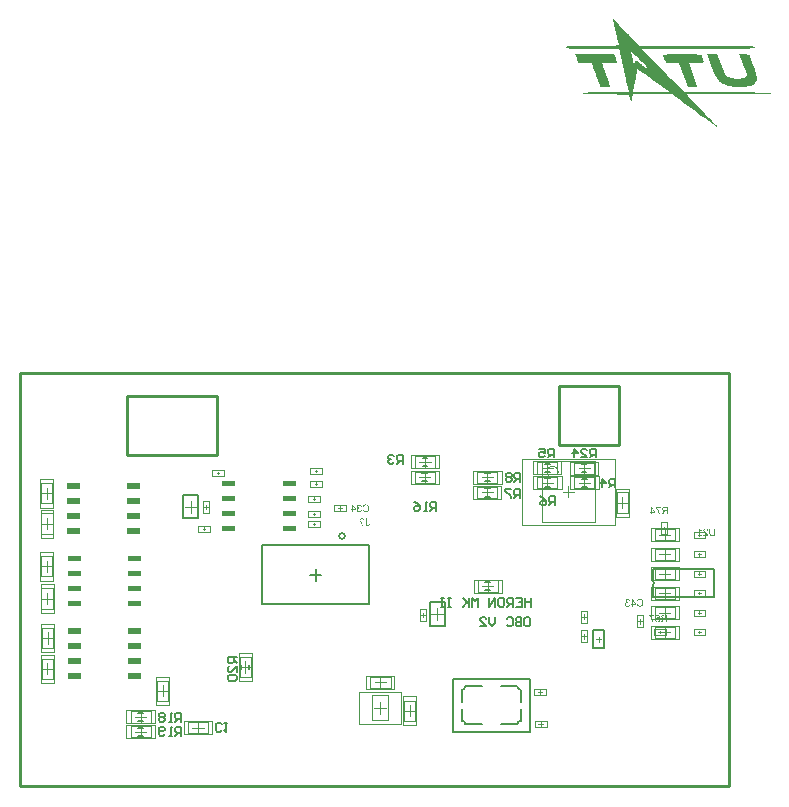
<source format=gbo>
G04*
G04 #@! TF.GenerationSoftware,Altium Limited,Altium Designer,18.0.12 (696)*
G04*
G04 Layer_Color=32896*
%FSLAX44Y44*%
%MOMM*%
G71*
G01*
G75*
%ADD14C,0.2540*%
%ADD15C,0.2000*%
%ADD19C,0.1270*%
%ADD20C,0.1000*%
%ADD21C,0.0500*%
G36*
X567916Y619747D02*
X569725D01*
X571369Y619665D01*
X572685Y619582D01*
X573754Y619500D01*
X574658D01*
X575398Y619418D01*
X575891Y619336D01*
X576302Y619254D01*
X576549Y619171D01*
X576713D01*
X576796Y619089D01*
X576878D01*
X577207Y618102D01*
X577536Y617198D01*
X577865Y616458D01*
X578029Y615800D01*
X578276Y615225D01*
X578440Y614731D01*
X578687Y613992D01*
X578851Y613498D01*
X578933Y613169D01*
Y613005D01*
X578851Y612923D01*
X578687Y612840D01*
X578358D01*
X577947Y612758D01*
X576960Y612676D01*
X575727D01*
X574576Y612594D01*
X566354D01*
X569725Y602727D01*
X573096Y592532D01*
X573014Y592450D01*
X572931Y592368D01*
X572438Y592285D01*
X571780Y592203D01*
X571040D01*
X570300Y592121D01*
X564956D01*
X562490Y599274D01*
X561996Y600672D01*
X561585Y601987D01*
X561174Y603139D01*
X560763Y604207D01*
X560434Y605112D01*
X560187Y605934D01*
X559858Y606674D01*
X559694Y607332D01*
X559447Y607907D01*
X559283Y608318D01*
X559201Y608730D01*
X559036Y608976D01*
X558954Y609387D01*
X558872Y609469D01*
X557803Y612347D01*
X556981Y612429D01*
X555994Y612512D01*
X555090D01*
X554103Y612594D01*
X550650D01*
X549417Y612676D01*
X548430D01*
X547690Y612758D01*
X547032D01*
X546621Y612840D01*
X546292D01*
X545388Y615718D01*
X544977Y616623D01*
X544730Y617363D01*
X544483Y618020D01*
X544401Y618431D01*
X544319Y618760D01*
X544237Y618925D01*
Y619089D01*
X544319Y619171D01*
X544401Y619254D01*
X544648D01*
X544894Y619336D01*
X545717Y619418D01*
X546786Y619500D01*
X548019Y619582D01*
X549334Y619665D01*
X550814D01*
X552294Y619747D01*
X553856D01*
X555336Y619829D01*
X565778Y619829D01*
X567916Y619747D01*
D02*
G37*
G36*
X503949Y616623D02*
X504360Y615636D01*
X504607Y614814D01*
X504853Y614156D01*
X504936Y613663D01*
X505018Y613252D01*
X505100Y613005D01*
Y612923D01*
Y612840D01*
X505018D01*
X504853Y612758D01*
X504524D01*
X504113Y612676D01*
X503127D01*
X501894Y612594D01*
X496385D01*
X495398Y612512D01*
X494494D01*
X493754Y612429D01*
X493178D01*
X492767Y612347D01*
X492685D01*
Y612183D01*
X492849Y611854D01*
X493014Y611361D01*
X493178Y610785D01*
X493425Y610045D01*
X493754Y609223D01*
X494329Y607414D01*
X494987Y605605D01*
X495234Y604783D01*
X495563Y604043D01*
X495727Y603467D01*
X495891Y602974D01*
X496056Y602645D01*
Y602563D01*
X496631Y600919D01*
X497207Y599356D01*
X497618Y598123D01*
X498029Y596972D01*
X498358Y595985D01*
X498605Y595163D01*
X498851Y594505D01*
X499016Y594012D01*
X499180Y593519D01*
X499263Y593190D01*
X499345Y592943D01*
Y592779D01*
X499427Y592614D01*
Y592532D01*
X499345Y592450D01*
X499263Y592368D01*
X498769Y592285D01*
X498111Y592203D01*
X497289D01*
X496467Y592121D01*
X491123D01*
X490547Y593519D01*
X489972Y595163D01*
X489314Y596808D01*
X488738Y598452D01*
X488245Y600014D01*
X487998Y600672D01*
X487834Y601165D01*
X487669Y601659D01*
X487505Y601987D01*
X487423Y602234D01*
Y602316D01*
X487012Y603550D01*
X486601Y604783D01*
X486189Y605852D01*
X485861Y606838D01*
X485285Y608565D01*
X484792Y610045D01*
X484381Y611196D01*
X484134Y611936D01*
X483969Y612429D01*
X483887Y612594D01*
X472459D01*
X471308Y616212D01*
X469910Y619829D01*
X502633D01*
X503949Y616623D01*
D02*
G37*
G36*
X582222Y619911D02*
X582880D01*
X584196Y619829D01*
X587731D01*
X588471Y619747D01*
X589046D01*
X589540Y619665D01*
X589869D01*
X590115Y619582D01*
X590197D01*
X593322Y611278D01*
X593897Y609798D01*
X594391Y608565D01*
X594884Y607332D01*
X595377Y606345D01*
X595706Y605441D01*
X596117Y604618D01*
X596364Y603961D01*
X596693Y603385D01*
X596857Y602892D01*
X597104Y602481D01*
X597351Y601987D01*
X597515Y601659D01*
X597597Y601576D01*
X598091Y601165D01*
X598666Y600754D01*
X599899Y600179D01*
X601379Y599685D01*
X602859Y599439D01*
X604175Y599274D01*
X604833Y599192D01*
X605326D01*
X605737Y599110D01*
X608944D01*
X609519Y599192D01*
X610013D01*
X610506Y599274D01*
X611246D01*
X611657Y599356D01*
X611986Y599439D01*
X612233Y599521D01*
X612315D01*
X612561Y599685D01*
X612808Y599767D01*
X613055D01*
X613301Y599850D01*
X613466Y599932D01*
X613630Y600014D01*
X613712Y600096D01*
X613959Y600343D01*
X614041Y600425D01*
X614206Y600508D01*
X614288Y600672D01*
X614535Y600836D01*
X614699Y601001D01*
X614781Y601083D01*
X615028Y601412D01*
X615275Y601659D01*
X615357Y601741D01*
X615439Y601823D01*
X614041Y605605D01*
X613383Y607332D01*
X612808Y608976D01*
X612232Y610620D01*
X611657Y612100D01*
X611164Y613416D01*
X610670Y614731D01*
X610259Y615883D01*
X609930Y616869D01*
X609601Y617774D01*
X609355Y618514D01*
X609108Y619089D01*
X608944Y619500D01*
X608861Y619747D01*
Y619829D01*
X613877D01*
X614535Y619747D01*
X615686Y619582D01*
X616508Y619418D01*
X617083Y619171D01*
X617495Y618843D01*
X617741Y618678D01*
X617906Y618514D01*
Y618431D01*
X618892Y615718D01*
X619797Y613252D01*
X620619Y611032D01*
X621277Y609058D01*
X621852Y607332D01*
X622346Y605770D01*
X622674Y604454D01*
X623003Y603385D01*
X623250Y602399D01*
X623414Y601659D01*
X623579Y601001D01*
X623661Y600508D01*
X623743Y600179D01*
Y599932D01*
Y599850D01*
Y599767D01*
X623661Y598863D01*
X623414Y598041D01*
X623086Y597219D01*
X622757Y596561D01*
X622428Y596068D01*
X622099Y595574D01*
X621852Y595328D01*
X621770Y595245D01*
X621030Y594670D01*
X620208Y594094D01*
X619303Y593683D01*
X618234Y593272D01*
X616097Y592697D01*
X613959Y592285D01*
X612890Y592121D01*
X611904Y592039D01*
X610999Y591957D01*
X610259D01*
X609601Y591874D01*
X608697D01*
X606724Y591957D01*
X604915Y592039D01*
X603188Y592285D01*
X601626Y592614D01*
X600146Y592943D01*
X598831Y593272D01*
X597680Y593683D01*
X596611Y594177D01*
X595706Y594588D01*
X594884Y594999D01*
X594226Y595328D01*
X593651Y595657D01*
X593240Y595985D01*
X592911Y596232D01*
X592746Y596314D01*
X592664Y596396D01*
X591924Y597054D01*
X591266Y597877D01*
X590526Y598781D01*
X589869Y599932D01*
X589129Y601083D01*
X588471Y602316D01*
X587320Y604783D01*
X586744Y606016D01*
X586251Y607167D01*
X585840Y608236D01*
X585429Y609141D01*
X585182Y609963D01*
X584935Y610538D01*
X584853Y610867D01*
X584771Y611032D01*
X581647Y619994D01*
X582222Y619911D01*
D02*
G37*
G36*
X502058Y649675D02*
X502469Y649346D01*
X502880Y648935D01*
X503456Y648442D01*
X503949Y647866D01*
X504360Y647455D01*
X504689Y647126D01*
X504771Y647044D01*
X505758Y645975D01*
X506827Y644906D01*
X507896Y643755D01*
X508882Y642768D01*
X509704Y641864D01*
X510362Y641124D01*
X510855Y640631D01*
X510938Y640548D01*
X511020Y640466D01*
X512335Y639151D01*
X513404Y638082D01*
X514226Y637178D01*
X514966Y636520D01*
X515460Y636026D01*
X515871Y635615D01*
X516035Y635451D01*
X516118Y635369D01*
X524668Y626818D01*
X585840Y626818D01*
X587402Y626900D01*
X599982D01*
X601462Y626982D01*
X611493D01*
X612808Y626900D01*
X615110D01*
X616015Y626818D01*
X616919D01*
X617577Y626736D01*
X618234Y626653D01*
X618728D01*
X619139Y626571D01*
X619714D01*
X619879Y626489D01*
X620043D01*
X620866Y626325D01*
X621523Y626078D01*
X621934Y625749D01*
X622263Y625502D01*
X622428Y625173D01*
X622510Y625009D01*
X622592Y624845D01*
Y624762D01*
X622017D01*
X621359Y624680D01*
X618152D01*
X616672Y624598D01*
X603024D01*
X598502Y624516D01*
X526477Y624516D01*
X533877Y616869D01*
X534288Y616458D01*
X534781Y615965D01*
X535933Y614814D01*
X537248Y613334D01*
X538646Y611936D01*
X539961Y610538D01*
X540537Y609963D01*
X541030Y609387D01*
X541523Y608976D01*
X541852Y608647D01*
X542017Y608401D01*
X542099Y608318D01*
X543250Y607085D01*
X544319Y605934D01*
X546292Y603961D01*
X547937Y602234D01*
X549334Y600836D01*
X550403Y599767D01*
X551143Y598945D01*
X551554Y598534D01*
X551719Y598370D01*
X562490Y587599D01*
X610670Y587599D01*
X613137Y587517D01*
X617741D01*
X619715Y587435D01*
X621605D01*
X623332Y587352D01*
X626292D01*
X627525Y587270D01*
X628676D01*
X629745Y587188D01*
X630650D01*
X631472Y587106D01*
X632212D01*
X632787Y587024D01*
X633281D01*
X634103Y586941D01*
X634678Y586859D01*
X635007Y586777D01*
X635172D01*
X635254Y586695D01*
X635172Y586612D01*
X634843Y586530D01*
X634350Y586448D01*
X633774Y586366D01*
X632952D01*
X632047Y586283D01*
X630979Y586201D01*
X629745D01*
X628512Y586119D01*
X627114D01*
X624154Y586037D01*
X620948Y585955D01*
X617659Y585872D01*
X611246D01*
X608286Y585790D01*
X564545D01*
X565449Y584639D01*
X565696Y584310D01*
X566272Y583735D01*
X566929Y582912D01*
X567752Y582008D01*
X568738Y581021D01*
X569807Y579870D01*
X572027Y577568D01*
X574165Y575266D01*
X575151Y574279D01*
X576056Y573375D01*
X576796Y572553D01*
X577371Y571977D01*
X577700Y571648D01*
X577865Y571484D01*
X579838Y569428D01*
X581647Y567537D01*
X583209Y565975D01*
X584524Y564577D01*
X585593Y563426D01*
X586580Y562522D01*
X587320Y561700D01*
X587978Y561042D01*
X588471Y560549D01*
X588882Y560138D01*
X589129Y559891D01*
X589293Y559726D01*
X589540Y559480D01*
X590115Y558822D01*
X590609Y558246D01*
X590938Y557835D01*
X591184Y557589D01*
X591349Y557342D01*
X591431Y557260D01*
X591513Y557178D01*
X590197Y558082D01*
X586580Y560631D01*
X583127Y563097D01*
X579756Y565482D01*
X576549Y567866D01*
X573425Y570086D01*
X570547Y572224D01*
X567834Y574279D01*
X565367Y576088D01*
X563065Y577815D01*
X561092Y579377D01*
X559283Y580692D01*
X557803Y581844D01*
X556652Y582748D01*
X556159Y583159D01*
X555830Y583406D01*
X555501Y583652D01*
X555254Y583817D01*
X555172Y583981D01*
X555090D01*
X552623Y585790D01*
X518831D01*
X518420Y585050D01*
X518173Y584310D01*
X517926Y583570D01*
X517844Y582830D01*
X517762Y582255D01*
X517680Y581761D01*
Y581350D01*
Y581268D01*
Y580775D01*
X517598Y580446D01*
X517515Y580199D01*
X517433Y580035D01*
X517351Y579953D01*
X517269D01*
X517104Y580117D01*
X516857Y580528D01*
X516693Y580939D01*
X516529Y581515D01*
X516364Y582008D01*
X516200Y582419D01*
X516118Y582748D01*
Y582830D01*
X515624Y585544D01*
X495645Y585790D01*
X493754D01*
X492027Y585872D01*
X488820D01*
X487423Y585955D01*
X486107D01*
X484874Y586037D01*
X483723D01*
X482736Y586119D01*
X481750Y586201D01*
X480927D01*
X480105Y586283D01*
X478708Y586366D01*
X477639Y586448D01*
X476816Y586530D01*
X476159Y586612D01*
X475748Y586695D01*
X475419Y586777D01*
X475254Y586859D01*
X475090Y586941D01*
X475172Y587023D01*
X475336D01*
X475583Y587106D01*
X475912Y587188D01*
X476405D01*
X476899Y587270D01*
X478214Y587352D01*
X479776D01*
X481421Y587435D01*
X483230Y587517D01*
X487012D01*
X488820Y587599D01*
X515213D01*
X513651Y594999D01*
X513158Y597219D01*
X512664Y599274D01*
X512253Y601165D01*
X511842Y602974D01*
X511513Y604618D01*
X511184Y606098D01*
X510855Y607414D01*
X510609Y608647D01*
X510362Y609634D01*
X510115Y610538D01*
X509951Y611361D01*
X509787Y611936D01*
X509704Y612429D01*
X509622Y612840D01*
X509540Y613005D01*
Y613087D01*
X509129Y614731D01*
X508800Y616294D01*
X508471Y617609D01*
X508224Y618760D01*
X508060Y619829D01*
X507896Y620734D01*
X507731Y621474D01*
X507567Y622131D01*
X507484Y622707D01*
X507402Y623118D01*
Y623447D01*
X507320Y623694D01*
Y624022D01*
Y624105D01*
X507238D01*
X507073Y624187D01*
X506744D01*
X506333Y624269D01*
X505182D01*
X504524Y624351D01*
X502058D01*
X500085Y624433D01*
X495891D01*
X493836Y624516D01*
X469745D01*
X468594Y624598D01*
X465059D01*
X464072Y624680D01*
X463332Y624845D01*
X462839Y625009D01*
X462428Y625173D01*
X462263Y625338D01*
X462181Y625502D01*
X462099Y625667D01*
X462181Y625996D01*
X462510Y626242D01*
X463004Y626407D01*
X463497Y626489D01*
X463990Y626571D01*
X464483Y626653D01*
X465552D01*
X466539Y626736D01*
X470650D01*
X472294Y626818D01*
X491698D01*
X493260Y626900D01*
X497289D01*
X498358Y626982D01*
X500331D01*
X501236Y627065D01*
X502716D01*
X503867Y627147D01*
X504771Y627229D01*
X505511Y627311D01*
X506004D01*
X506333Y627393D01*
X506498D01*
X506580Y627476D01*
X506662D01*
X505100Y633724D01*
X505018Y634464D01*
X504853Y635286D01*
X504442Y637095D01*
X504278Y637835D01*
X504113Y638575D01*
X503949Y638986D01*
Y639151D01*
X503620Y640466D01*
X503373Y641617D01*
X503209Y642522D01*
X503045Y643180D01*
X502962Y643673D01*
X502880Y644084D01*
Y644248D01*
Y644331D01*
X502716Y645317D01*
X502469Y646140D01*
X502387Y646468D01*
Y646715D01*
X502305Y646880D01*
Y646962D01*
X502058Y647784D01*
X501976Y648524D01*
X501894Y648935D01*
Y649099D01*
Y649757D01*
X502058Y649675D01*
D02*
G37*
G36*
X233180Y253840D02*
X222198D01*
Y258759D01*
X233180D01*
Y253840D01*
D02*
G37*
G36*
X182180D02*
X171085D01*
Y258806D01*
X182180D01*
Y253840D01*
D02*
G37*
G36*
X101704Y251804D02*
X90722D01*
Y256723D01*
X101704D01*
Y251804D01*
D02*
G37*
G36*
X50704D02*
X39609D01*
Y256770D01*
X50704D01*
Y251804D01*
D02*
G37*
G36*
X233180Y241140D02*
X222216D01*
Y246056D01*
X233180D01*
Y241140D01*
D02*
G37*
G36*
X182180D02*
X171096D01*
Y246064D01*
X182180D01*
Y241140D01*
D02*
G37*
G36*
X101704Y239104D02*
X90740D01*
Y244020D01*
X101704D01*
Y239104D01*
D02*
G37*
G36*
X50704D02*
X39620D01*
Y244028D01*
X50704D01*
Y239104D01*
D02*
G37*
G36*
X287172Y238562D02*
X287309Y238551D01*
X287434Y238529D01*
X287554Y238502D01*
X287664Y238463D01*
X287768Y238431D01*
X287866Y238387D01*
X287953Y238349D01*
X288035Y238311D01*
X288101Y238267D01*
X288161Y238234D01*
X288210Y238201D01*
X288248Y238169D01*
X288281Y238147D01*
X288297Y238136D01*
X288303Y238130D01*
X288396Y238048D01*
X288477Y237956D01*
X288548Y237857D01*
X288619Y237759D01*
X288680Y237655D01*
X288729Y237557D01*
X288778Y237459D01*
X288816Y237360D01*
X288854Y237267D01*
X288882Y237186D01*
X288903Y237109D01*
X288920Y237044D01*
X288936Y236989D01*
X288947Y236945D01*
X288953Y236924D01*
Y236912D01*
X288166Y236770D01*
X288150Y236874D01*
X288128Y236973D01*
X288101Y237065D01*
X288073Y237147D01*
X288041Y237224D01*
X288008Y237295D01*
X287975Y237360D01*
X287942Y237415D01*
X287910Y237470D01*
X287877Y237513D01*
X287849Y237551D01*
X287828Y237579D01*
X287806Y237601D01*
X287789Y237623D01*
X287784Y237628D01*
X287778Y237633D01*
X287718Y237682D01*
X287658Y237732D01*
X287593Y237770D01*
X287533Y237803D01*
X287402Y237852D01*
X287281Y237885D01*
X287178Y237906D01*
X287134Y237912D01*
X287096Y237917D01*
X287063Y237923D01*
X287019D01*
X286932Y237917D01*
X286856Y237912D01*
X286708Y237879D01*
X286577Y237835D01*
X286468Y237781D01*
X286424Y237754D01*
X286380Y237726D01*
X286348Y237704D01*
X286320Y237682D01*
X286293Y237666D01*
X286277Y237650D01*
X286271Y237644D01*
X286266Y237639D01*
X286211Y237584D01*
X286167Y237524D01*
X286129Y237470D01*
X286096Y237409D01*
X286042Y237289D01*
X286009Y237175D01*
X285987Y237076D01*
X285982Y237033D01*
X285976Y236994D01*
X285971Y236967D01*
Y236945D01*
Y236929D01*
Y236924D01*
X285976Y236825D01*
X285987Y236732D01*
X286009Y236650D01*
X286036Y236569D01*
X286064Y236497D01*
X286096Y236432D01*
X286135Y236372D01*
X286173Y236317D01*
X286211Y236274D01*
X286249Y236230D01*
X286282Y236197D01*
X286309Y236170D01*
X286337Y236148D01*
X286359Y236132D01*
X286369Y236126D01*
X286375Y236121D01*
X286451Y236077D01*
X286528Y236033D01*
X286681Y235968D01*
X286834Y235924D01*
X286970Y235891D01*
X287036Y235880D01*
X287090Y235875D01*
X287145Y235864D01*
X287189D01*
X287221Y235859D01*
X287309D01*
X287353Y235864D01*
X287385Y235870D01*
X287396D01*
X287484Y235181D01*
X287363Y235209D01*
X287260Y235231D01*
X287167Y235242D01*
X287085Y235252D01*
X287019Y235258D01*
X286970Y235263D01*
X286932D01*
X286834Y235258D01*
X286735Y235247D01*
X286648Y235231D01*
X286561Y235209D01*
X286484Y235181D01*
X286408Y235154D01*
X286342Y235121D01*
X286277Y235089D01*
X286222Y235056D01*
X286173Y235023D01*
X286135Y234996D01*
X286102Y234968D01*
X286075Y234947D01*
X286053Y234930D01*
X286042Y234919D01*
X286036Y234914D01*
X285976Y234848D01*
X285922Y234777D01*
X285873Y234701D01*
X285829Y234630D01*
X285796Y234553D01*
X285769Y234477D01*
X285725Y234340D01*
X285709Y234275D01*
X285698Y234215D01*
X285692Y234160D01*
X285687Y234116D01*
X285681Y234078D01*
Y234046D01*
Y234029D01*
Y234024D01*
X285687Y233920D01*
X285698Y233822D01*
X285714Y233729D01*
X285742Y233641D01*
X285769Y233554D01*
X285802Y233478D01*
X285834Y233407D01*
X285873Y233341D01*
X285905Y233281D01*
X285944Y233232D01*
X285976Y233183D01*
X286004Y233150D01*
X286031Y233117D01*
X286047Y233095D01*
X286058Y233084D01*
X286064Y233079D01*
X286135Y233013D01*
X286211Y232953D01*
X286288Y232904D01*
X286369Y232861D01*
X286446Y232822D01*
X286522Y232789D01*
X286599Y232762D01*
X286670Y232746D01*
X286741Y232729D01*
X286801Y232719D01*
X286856Y232708D01*
X286905Y232702D01*
X286943Y232697D01*
X286998D01*
X287085Y232702D01*
X287167Y232708D01*
X287320Y232740D01*
X287456Y232789D01*
X287516Y232817D01*
X287571Y232844D01*
X287620Y232866D01*
X287664Y232893D01*
X287702Y232920D01*
X287729Y232942D01*
X287757Y232959D01*
X287773Y232975D01*
X287784Y232981D01*
X287789Y232986D01*
X287849Y233046D01*
X287899Y233112D01*
X287953Y233183D01*
X287997Y233259D01*
X288073Y233417D01*
X288139Y233576D01*
X288161Y233652D01*
X288183Y233723D01*
X288204Y233783D01*
X288215Y233838D01*
X288226Y233882D01*
X288237Y233920D01*
X288243Y233942D01*
Y233947D01*
X289029Y233843D01*
X289007Y233696D01*
X288980Y233559D01*
X288942Y233428D01*
X288898Y233303D01*
X288849Y233188D01*
X288794Y233084D01*
X288740Y232986D01*
X288685Y232893D01*
X288630Y232817D01*
X288581Y232746D01*
X288532Y232686D01*
X288488Y232637D01*
X288450Y232593D01*
X288423Y232566D01*
X288407Y232549D01*
X288401Y232544D01*
X288292Y232456D01*
X288183Y232380D01*
X288062Y232314D01*
X287948Y232254D01*
X287828Y232211D01*
X287713Y232167D01*
X287598Y232134D01*
X287495Y232107D01*
X287391Y232090D01*
X287298Y232074D01*
X287216Y232063D01*
X287145Y232052D01*
X287085D01*
X287041Y232047D01*
X287003D01*
X286834Y232052D01*
X286670Y232074D01*
X286517Y232101D01*
X286369Y232140D01*
X286233Y232183D01*
X286107Y232232D01*
X285993Y232282D01*
X285884Y232336D01*
X285791Y232391D01*
X285703Y232440D01*
X285632Y232489D01*
X285572Y232533D01*
X285523Y232571D01*
X285490Y232598D01*
X285468Y232620D01*
X285463Y232626D01*
X285354Y232735D01*
X285261Y232855D01*
X285179Y232970D01*
X285108Y233090D01*
X285048Y233210D01*
X284999Y233330D01*
X284961Y233439D01*
X284928Y233549D01*
X284900Y233652D01*
X284884Y233745D01*
X284868Y233827D01*
X284862Y233898D01*
X284857Y233958D01*
X284851Y234002D01*
Y234029D01*
Y234040D01*
X284857Y234155D01*
X284862Y234264D01*
X284879Y234368D01*
X284900Y234466D01*
X284922Y234553D01*
X284950Y234641D01*
X284982Y234717D01*
X285010Y234788D01*
X285037Y234854D01*
X285070Y234908D01*
X285097Y234958D01*
X285119Y235001D01*
X285141Y235028D01*
X285152Y235056D01*
X285163Y235067D01*
X285168Y235072D01*
X285228Y235149D01*
X285294Y235214D01*
X285365Y235274D01*
X285436Y235329D01*
X285512Y235378D01*
X285583Y235422D01*
X285725Y235498D01*
X285791Y235525D01*
X285851Y235547D01*
X285905Y235569D01*
X285954Y235585D01*
X285993Y235596D01*
X286020Y235607D01*
X286042Y235613D01*
X286047D01*
X285894Y235695D01*
X285758Y235782D01*
X285649Y235875D01*
X285550Y235957D01*
X285479Y236033D01*
X285430Y236099D01*
X285408Y236121D01*
X285397Y236137D01*
X285387Y236148D01*
Y236154D01*
X285310Y236285D01*
X285256Y236416D01*
X285217Y236541D01*
X285190Y236656D01*
X285173Y236760D01*
X285168Y236803D01*
Y236836D01*
X285163Y236869D01*
Y236891D01*
Y236902D01*
Y236907D01*
Y236989D01*
X285173Y237065D01*
X285201Y237218D01*
X285239Y237360D01*
X285277Y237481D01*
X285299Y237535D01*
X285321Y237584D01*
X285343Y237623D01*
X285359Y237661D01*
X285376Y237688D01*
X285387Y237710D01*
X285392Y237721D01*
X285397Y237726D01*
X285496Y237863D01*
X285599Y237983D01*
X285714Y238092D01*
X285823Y238179D01*
X285922Y238245D01*
X285965Y238272D01*
X286004Y238300D01*
X286031Y238316D01*
X286053Y238327D01*
X286069Y238338D01*
X286075D01*
X286238Y238414D01*
X286408Y238469D01*
X286572Y238513D01*
X286719Y238540D01*
X286784Y238551D01*
X286845Y238556D01*
X286899Y238562D01*
X286948D01*
X286987Y238567D01*
X287036D01*
X287172Y238562D01*
D02*
G37*
G36*
X292551Y238644D02*
X292704Y238633D01*
X292852Y238611D01*
X292994Y238589D01*
X293130Y238562D01*
X293256Y238529D01*
X293376Y238491D01*
X293485Y238458D01*
X293589Y238420D01*
X293676Y238382D01*
X293753Y238349D01*
X293818Y238321D01*
X293873Y238300D01*
X293911Y238278D01*
X293933Y238267D01*
X293944Y238261D01*
X294069Y238185D01*
X294190Y238103D01*
X294304Y238016D01*
X294408Y237923D01*
X294506Y237830D01*
X294594Y237732D01*
X294676Y237639D01*
X294747Y237551D01*
X294812Y237464D01*
X294867Y237388D01*
X294916Y237317D01*
X294954Y237251D01*
X294987Y237202D01*
X295009Y237164D01*
X295020Y237142D01*
X295025Y237131D01*
X295091Y236989D01*
X295151Y236842D01*
X295200Y236694D01*
X295244Y236547D01*
X295282Y236399D01*
X295309Y236257D01*
X295336Y236115D01*
X295353Y235984D01*
X295369Y235859D01*
X295380Y235749D01*
X295391Y235646D01*
X295396Y235564D01*
X295402Y235493D01*
Y235438D01*
Y235405D01*
Y235400D01*
Y235394D01*
X295396Y235225D01*
X295386Y235056D01*
X295369Y234897D01*
X295347Y234739D01*
X295326Y234592D01*
X295298Y234450D01*
X295266Y234319D01*
X295233Y234193D01*
X295205Y234078D01*
X295173Y233980D01*
X295145Y233893D01*
X295118Y233816D01*
X295102Y233762D01*
X295085Y233718D01*
X295074Y233690D01*
X295069Y233680D01*
X295003Y233532D01*
X294927Y233401D01*
X294850Y233270D01*
X294774Y233155D01*
X294692Y233046D01*
X294610Y232942D01*
X294528Y232855D01*
X294452Y232773D01*
X294375Y232702D01*
X294310Y232637D01*
X294244Y232582D01*
X294190Y232538D01*
X294146Y232505D01*
X294113Y232484D01*
X294091Y232467D01*
X294086Y232462D01*
X293960Y232391D01*
X293829Y232325D01*
X293687Y232271D01*
X293551Y232222D01*
X293409Y232183D01*
X293267Y232150D01*
X293130Y232123D01*
X292999Y232101D01*
X292879Y232080D01*
X292764Y232069D01*
X292661Y232058D01*
X292573Y232052D01*
X292502D01*
X292448Y232047D01*
X292404D01*
X292224Y232052D01*
X292043Y232069D01*
X291880Y232096D01*
X291721Y232134D01*
X291574Y232172D01*
X291437Y232222D01*
X291306Y232271D01*
X291192Y232320D01*
X291082Y232369D01*
X290989Y232418D01*
X290913Y232467D01*
X290842Y232505D01*
X290793Y232544D01*
X290755Y232571D01*
X290727Y232587D01*
X290722Y232593D01*
X290596Y232702D01*
X290482Y232817D01*
X290378Y232942D01*
X290280Y233073D01*
X290192Y233204D01*
X290110Y233336D01*
X290045Y233467D01*
X289979Y233592D01*
X289930Y233707D01*
X289881Y233822D01*
X289843Y233920D01*
X289815Y234007D01*
X289788Y234078D01*
X289772Y234133D01*
X289766Y234149D01*
Y234166D01*
X289761Y234171D01*
Y234177D01*
X290607Y234389D01*
X290646Y234242D01*
X290684Y234106D01*
X290733Y233980D01*
X290788Y233860D01*
X290842Y233751D01*
X290897Y233652D01*
X290951Y233565D01*
X291006Y233483D01*
X291061Y233412D01*
X291110Y233352D01*
X291159Y233297D01*
X291197Y233254D01*
X291230Y233221D01*
X291257Y233199D01*
X291273Y233183D01*
X291279Y233177D01*
X291372Y233106D01*
X291470Y233041D01*
X291574Y232986D01*
X291672Y232942D01*
X291776Y232899D01*
X291874Y232866D01*
X291967Y232839D01*
X292060Y232817D01*
X292147Y232800D01*
X292224Y232789D01*
X292295Y232779D01*
X292355Y232773D01*
X292404D01*
X292442Y232768D01*
X292475D01*
X292584Y232773D01*
X292688Y232779D01*
X292890Y232817D01*
X292988Y232839D01*
X293076Y232861D01*
X293158Y232888D01*
X293239Y232920D01*
X293310Y232948D01*
X293370Y232975D01*
X293425Y232997D01*
X293474Y233019D01*
X293512Y233041D01*
X293540Y233057D01*
X293556Y233062D01*
X293562Y233068D01*
X293654Y233128D01*
X293736Y233194D01*
X293818Y233265D01*
X293889Y233336D01*
X293955Y233412D01*
X294015Y233489D01*
X294069Y233559D01*
X294119Y233636D01*
X294162Y233701D01*
X294201Y233767D01*
X294228Y233827D01*
X294255Y233876D01*
X294272Y233914D01*
X294288Y233947D01*
X294293Y233969D01*
X294299Y233974D01*
X294343Y234089D01*
X294375Y234209D01*
X294435Y234455D01*
X294474Y234690D01*
X294490Y234805D01*
X294506Y234914D01*
X294512Y235018D01*
X294523Y235110D01*
X294528Y235192D01*
Y235263D01*
X294534Y235318D01*
Y235362D01*
Y235389D01*
Y235400D01*
X294523Y235635D01*
X294501Y235859D01*
X294490Y235962D01*
X294474Y236061D01*
X294452Y236159D01*
X294435Y236246D01*
X294419Y236328D01*
X294397Y236399D01*
X294381Y236465D01*
X294370Y236519D01*
X294354Y236563D01*
X294348Y236596D01*
X294337Y236618D01*
Y236623D01*
X294293Y236732D01*
X294250Y236836D01*
X294201Y236934D01*
X294146Y237022D01*
X294086Y237109D01*
X294031Y237186D01*
X293971Y237257D01*
X293917Y237322D01*
X293862Y237377D01*
X293807Y237431D01*
X293764Y237475D01*
X293725Y237508D01*
X293693Y237535D01*
X293665Y237557D01*
X293649Y237568D01*
X293644Y237573D01*
X293545Y237633D01*
X293447Y237688D01*
X293343Y237737D01*
X293239Y237781D01*
X293136Y237814D01*
X293032Y237841D01*
X292934Y237863D01*
X292841Y237885D01*
X292748Y237901D01*
X292666Y237912D01*
X292595Y237917D01*
X292530Y237923D01*
X292480Y237928D01*
X292409D01*
X292295Y237923D01*
X292180Y237912D01*
X292076Y237901D01*
X291973Y237879D01*
X291880Y237852D01*
X291792Y237824D01*
X291710Y237797D01*
X291639Y237770D01*
X291574Y237737D01*
X291519Y237710D01*
X291465Y237682D01*
X291426Y237655D01*
X291394Y237633D01*
X291372Y237623D01*
X291355Y237612D01*
X291350Y237606D01*
X291273Y237540D01*
X291197Y237470D01*
X291131Y237393D01*
X291066Y237317D01*
X290957Y237147D01*
X290864Y236978D01*
X290826Y236902D01*
X290793Y236831D01*
X290766Y236760D01*
X290744Y236705D01*
X290722Y236656D01*
X290711Y236623D01*
X290700Y236596D01*
Y236590D01*
X289870Y236787D01*
X289925Y236951D01*
X289985Y237098D01*
X290050Y237240D01*
X290121Y237377D01*
X290198Y237497D01*
X290274Y237612D01*
X290351Y237710D01*
X290427Y237803D01*
X290498Y237885D01*
X290564Y237956D01*
X290629Y238016D01*
X290678Y238070D01*
X290727Y238109D01*
X290760Y238136D01*
X290782Y238152D01*
X290788Y238158D01*
X290913Y238245D01*
X291044Y238321D01*
X291175Y238387D01*
X291312Y238442D01*
X291448Y238491D01*
X291579Y238529D01*
X291710Y238562D01*
X291836Y238589D01*
X291951Y238605D01*
X292054Y238622D01*
X292153Y238633D01*
X292235Y238644D01*
X292300D01*
X292349Y238649D01*
X292393D01*
X292551Y238644D01*
D02*
G37*
G36*
X284333Y234406D02*
Y233685D01*
X281569D01*
Y232156D01*
X280783D01*
Y233685D01*
X279920D01*
Y234406D01*
X280783D01*
Y238540D01*
X281422D01*
X284333Y234406D01*
D02*
G37*
G36*
X548398Y230124D02*
X547552D01*
Y232958D01*
X546459D01*
X546361Y232953D01*
X546279Y232947D01*
X546214Y232942D01*
X546165Y232936D01*
X546132Y232931D01*
X546110Y232925D01*
X546104D01*
X546033Y232904D01*
X545962Y232876D01*
X545897Y232849D01*
X545837Y232822D01*
X545793Y232794D01*
X545755Y232778D01*
X545728Y232762D01*
X545722Y232756D01*
X545651Y232702D01*
X545575Y232642D01*
X545504Y232570D01*
X545433Y232500D01*
X545378Y232434D01*
X545329Y232379D01*
X545312Y232358D01*
X545302Y232341D01*
X545291Y232336D01*
Y232330D01*
X545242Y232270D01*
X545198Y232205D01*
X545094Y232063D01*
X544990Y231915D01*
X544892Y231779D01*
X544848Y231708D01*
X544810Y231648D01*
X544772Y231593D01*
X544739Y231544D01*
X544717Y231506D01*
X544696Y231478D01*
X544684Y231457D01*
X544679Y231451D01*
X543833Y230124D01*
X542779D01*
X543882Y231861D01*
X544007Y232041D01*
X544133Y232205D01*
X544253Y232352D01*
X544308Y232418D01*
X544357Y232472D01*
X544406Y232527D01*
X544450Y232576D01*
X544488Y232614D01*
X544521Y232647D01*
X544548Y232674D01*
X544570Y232691D01*
X544581Y232702D01*
X544586Y232707D01*
X544657Y232767D01*
X544739Y232822D01*
X544821Y232876D01*
X544903Y232925D01*
X544979Y232969D01*
X545039Y233002D01*
X545061Y233013D01*
X545078Y233024D01*
X545089Y233029D01*
X545094D01*
X544925Y233057D01*
X544772Y233089D01*
X544630Y233133D01*
X544493Y233177D01*
X544373Y233220D01*
X544259Y233270D01*
X544160Y233324D01*
X544067Y233373D01*
X543991Y233422D01*
X543920Y233466D01*
X543865Y233510D01*
X543816Y233543D01*
X543783Y233575D01*
X543756Y233597D01*
X543740Y233614D01*
X543734Y233619D01*
X543658Y233706D01*
X543587Y233799D01*
X543527Y233898D01*
X543478Y233996D01*
X543434Y234089D01*
X543401Y234187D01*
X543368Y234280D01*
X543347Y234367D01*
X543330Y234449D01*
X543314Y234526D01*
X543303Y234591D01*
X543297Y234651D01*
Y234700D01*
X543292Y234733D01*
Y234760D01*
Y234766D01*
X543297Y234864D01*
X543303Y234957D01*
X543336Y235137D01*
X543374Y235301D01*
X543401Y235372D01*
X543423Y235443D01*
X543450Y235503D01*
X543472Y235563D01*
X543499Y235612D01*
X543516Y235651D01*
X543532Y235683D01*
X543549Y235705D01*
X543554Y235721D01*
X543560Y235727D01*
X543614Y235803D01*
X543669Y235880D01*
X543723Y235945D01*
X543783Y236005D01*
X543843Y236060D01*
X543904Y236109D01*
X544013Y236197D01*
X544117Y236257D01*
X544160Y236278D01*
X544198Y236300D01*
X544226Y236317D01*
X544248Y236328D01*
X544264Y236333D01*
X544269D01*
X544357Y236366D01*
X544450Y236393D01*
X544553Y236415D01*
X544657Y236437D01*
X544876Y236464D01*
X545083Y236486D01*
X545182Y236492D01*
X545274Y236497D01*
X545356Y236502D01*
X545427Y236508D01*
X548398D01*
Y230124D01*
D02*
G37*
G36*
X542238Y235672D02*
X539114D01*
X539224Y235541D01*
X539333Y235405D01*
X539546Y235121D01*
X539644Y234979D01*
X539737Y234842D01*
X539824Y234706D01*
X539906Y234580D01*
X539977Y234460D01*
X540043Y234345D01*
X540103Y234247D01*
X540152Y234160D01*
X540190Y234094D01*
X540223Y234039D01*
X540239Y234007D01*
X540245Y234001D01*
Y233996D01*
X540338Y233810D01*
X540430Y233624D01*
X540512Y233439D01*
X540594Y233259D01*
X540665Y233078D01*
X540731Y232909D01*
X540791Y232751D01*
X540845Y232598D01*
X540895Y232456D01*
X540933Y232330D01*
X540971Y232216D01*
X540998Y232117D01*
X541026Y232041D01*
X541042Y231986D01*
X541048Y231964D01*
Y231948D01*
X541053Y231943D01*
Y231937D01*
X541102Y231740D01*
X541146Y231555D01*
X541184Y231375D01*
X541217Y231205D01*
X541250Y231047D01*
X541271Y230894D01*
X541293Y230758D01*
X541304Y230632D01*
X541321Y230517D01*
X541331Y230419D01*
X541337Y230331D01*
X541342Y230255D01*
Y230201D01*
X541348Y230157D01*
Y230135D01*
Y230124D01*
X540540D01*
X540507Y230473D01*
X540490Y230637D01*
X540469Y230801D01*
X540447Y230954D01*
X540420Y231096D01*
X540392Y231233D01*
X540370Y231358D01*
X540343Y231473D01*
X540321Y231571D01*
X540299Y231664D01*
X540283Y231735D01*
X540267Y231795D01*
X540256Y231839D01*
X540245Y231866D01*
Y231877D01*
X540179Y232090D01*
X540108Y232297D01*
X540037Y232505D01*
X539961Y232702D01*
X539884Y232893D01*
X539808Y233078D01*
X539731Y233248D01*
X539660Y233412D01*
X539589Y233554D01*
X539529Y233690D01*
X539469Y233805D01*
X539420Y233903D01*
X539376Y233979D01*
X539360Y234012D01*
X539349Y234039D01*
X539338Y234061D01*
X539327Y234078D01*
X539322Y234083D01*
Y234089D01*
X539207Y234285D01*
X539098Y234471D01*
X538989Y234646D01*
X538880Y234815D01*
X538776Y234968D01*
X538672Y235110D01*
X538579Y235236D01*
X538492Y235356D01*
X538410Y235459D01*
X538333Y235552D01*
X538268Y235629D01*
X538213Y235694D01*
X538170Y235749D01*
X538137Y235787D01*
X538115Y235809D01*
X538110Y235814D01*
Y236426D01*
X542238D01*
Y235672D01*
D02*
G37*
G36*
X537585Y232374D02*
Y231653D01*
X534822D01*
Y230124D01*
X534036D01*
Y231653D01*
X533173D01*
Y232374D01*
X534036D01*
Y236508D01*
X534674D01*
X537585Y232374D01*
D02*
G37*
G36*
X233180Y228440D02*
X222227D01*
Y233331D01*
X233180D01*
Y228440D01*
D02*
G37*
G36*
X182180D02*
X171150D01*
Y233336D01*
X182180D01*
Y228440D01*
D02*
G37*
G36*
X101704Y226404D02*
X90751D01*
Y231295D01*
X101704D01*
Y226404D01*
D02*
G37*
G36*
X50704D02*
X39674D01*
Y231300D01*
X50704D01*
Y226404D01*
D02*
G37*
G36*
X289395Y226960D02*
X289548Y226943D01*
X289690Y226921D01*
X289826Y226889D01*
X289952Y226856D01*
X290072Y226812D01*
X290176Y226768D01*
X290274Y226725D01*
X290362Y226681D01*
X290438Y226637D01*
X290504Y226594D01*
X290558Y226561D01*
X290602Y226528D01*
X290629Y226506D01*
X290651Y226490D01*
X290657Y226485D01*
X290749Y226392D01*
X290837Y226288D01*
X290913Y226184D01*
X290984Y226070D01*
X291044Y225955D01*
X291093Y225846D01*
X291137Y225731D01*
X291175Y225622D01*
X291208Y225523D01*
X291235Y225425D01*
X291257Y225338D01*
X291268Y225267D01*
X291285Y225207D01*
X291290Y225158D01*
X291296Y225130D01*
Y225119D01*
X290487Y225021D01*
X290465Y225141D01*
X290438Y225256D01*
X290411Y225360D01*
X290373Y225458D01*
X290340Y225545D01*
X290302Y225627D01*
X290269Y225698D01*
X290231Y225764D01*
X290192Y225818D01*
X290160Y225868D01*
X290132Y225911D01*
X290105Y225944D01*
X290083Y225971D01*
X290067Y225988D01*
X290056Y225998D01*
X290050Y226004D01*
X289985Y226059D01*
X289919Y226108D01*
X289848Y226151D01*
X289777Y226190D01*
X289712Y226217D01*
X289641Y226244D01*
X289510Y226283D01*
X289450Y226293D01*
X289395Y226304D01*
X289346Y226310D01*
X289302Y226315D01*
X289269Y226321D01*
X289220D01*
X289127Y226315D01*
X289035Y226304D01*
X288947Y226288D01*
X288865Y226266D01*
X288789Y226239D01*
X288718Y226211D01*
X288647Y226179D01*
X288587Y226146D01*
X288532Y226113D01*
X288489Y226080D01*
X288445Y226053D01*
X288412Y226026D01*
X288385Y226004D01*
X288363Y225988D01*
X288352Y225977D01*
X288347Y225971D01*
X288281Y225906D01*
X288226Y225835D01*
X288177Y225769D01*
X288139Y225698D01*
X288101Y225627D01*
X288074Y225562D01*
X288030Y225436D01*
X288013Y225381D01*
X288002Y225327D01*
X287997Y225278D01*
X287992Y225240D01*
X287986Y225207D01*
Y225185D01*
Y225168D01*
Y225163D01*
X287992Y225070D01*
X288008Y224983D01*
X288024Y224906D01*
X288046Y224835D01*
X288074Y224775D01*
X288090Y224732D01*
X288106Y224704D01*
X288112Y224693D01*
X288139Y224650D01*
X288166Y224606D01*
X288243Y224513D01*
X288330Y224420D01*
X288423Y224328D01*
X288505Y224246D01*
X288543Y224213D01*
X288576Y224180D01*
X288603Y224153D01*
X288625Y224136D01*
X288636Y224125D01*
X288641Y224120D01*
X288712Y224054D01*
X288783Y223994D01*
X288843Y223940D01*
X288898Y223885D01*
X288996Y223792D01*
X289073Y223716D01*
X289133Y223656D01*
X289171Y223612D01*
X289198Y223590D01*
X289204Y223579D01*
X289280Y223481D01*
X289340Y223394D01*
X289395Y223306D01*
X289439Y223224D01*
X289471Y223159D01*
X289493Y223110D01*
X289504Y223077D01*
X289510Y223071D01*
Y223066D01*
X289553Y222935D01*
X289586Y222804D01*
X289608Y222667D01*
X289624Y222547D01*
X289630Y222487D01*
X289635Y222438D01*
Y222389D01*
X289641Y222351D01*
Y222318D01*
Y222296D01*
Y222280D01*
Y222274D01*
Y222241D01*
Y222203D01*
X289635Y222127D01*
Y222094D01*
Y222067D01*
Y222045D01*
Y222039D01*
X288882D01*
Y222127D01*
X288876Y222203D01*
Y222274D01*
X288871Y222345D01*
X288865Y222405D01*
X288860Y222460D01*
X288854Y222509D01*
X288849Y222553D01*
X288843Y222591D01*
X288838Y222624D01*
X288832Y222678D01*
X288822Y222705D01*
Y222717D01*
X288794Y222793D01*
X288767Y222864D01*
X288740Y222924D01*
X288712Y222979D01*
X288685Y223022D01*
X288663Y223055D01*
X288652Y223077D01*
X288647Y223082D01*
X288620Y223115D01*
X288592Y223153D01*
X288516Y223230D01*
X288434Y223312D01*
X288352Y223394D01*
X288270Y223470D01*
X288204Y223530D01*
X288183Y223552D01*
X288161Y223568D01*
X288150Y223579D01*
X288144Y223585D01*
X288041Y223678D01*
X287948Y223765D01*
X287861Y223852D01*
X287784Y223934D01*
X287713Y224011D01*
X287647Y224082D01*
X287593Y224147D01*
X287544Y224202D01*
X287500Y224256D01*
X287467Y224306D01*
X287440Y224344D01*
X287413Y224382D01*
X287396Y224409D01*
X287385Y224426D01*
X287374Y224437D01*
Y224442D01*
X287309Y224579D01*
X287260Y224715D01*
X287227Y224846D01*
X287200Y224961D01*
X287194Y225016D01*
X287189Y225065D01*
X287183Y225108D01*
Y225147D01*
X287178Y225174D01*
Y225201D01*
Y225212D01*
Y225218D01*
X287183Y225349D01*
X287200Y225480D01*
X287227Y225600D01*
X287265Y225715D01*
X287309Y225824D01*
X287358Y225928D01*
X287407Y226020D01*
X287456Y226108D01*
X287511Y226184D01*
X287560Y226255D01*
X287609Y226310D01*
X287653Y226359D01*
X287686Y226403D01*
X287719Y226430D01*
X287735Y226446D01*
X287740Y226452D01*
X287850Y226545D01*
X287964Y226621D01*
X288084Y226692D01*
X288210Y226747D01*
X288330Y226796D01*
X288456Y226840D01*
X288576Y226872D01*
X288696Y226900D01*
X288805Y226921D01*
X288904Y226938D01*
X288996Y226949D01*
X289078Y226960D01*
X289144D01*
X289188Y226965D01*
X289231D01*
X289395Y226960D01*
D02*
G37*
G36*
X289772Y220472D02*
X288882D01*
Y221362D01*
X289772D01*
Y220472D01*
D02*
G37*
G36*
X293229Y222454D02*
Y222356D01*
X293234Y222263D01*
Y222176D01*
X293240Y222099D01*
X293251Y222028D01*
X293256Y221963D01*
X293261Y221903D01*
X293272Y221854D01*
X293278Y221805D01*
X293289Y221766D01*
X293294Y221733D01*
X293300Y221706D01*
X293305Y221684D01*
X293311Y221668D01*
X293316Y221663D01*
Y221657D01*
X293354Y221570D01*
X293403Y221488D01*
X293458Y221422D01*
X293507Y221362D01*
X293562Y221318D01*
X293600Y221286D01*
X293627Y221264D01*
X293633Y221258D01*
X293638D01*
X293726Y221209D01*
X293818Y221176D01*
X293911Y221149D01*
X293999Y221133D01*
X294070Y221122D01*
X294130Y221116D01*
X294184D01*
X294261Y221122D01*
X294337Y221127D01*
X294474Y221160D01*
X294588Y221204D01*
X294687Y221253D01*
X294763Y221302D01*
X294818Y221340D01*
X294834Y221362D01*
X294851Y221373D01*
X294856Y221378D01*
X294862Y221384D01*
X294905Y221439D01*
X294943Y221504D01*
X294976Y221575D01*
X295004Y221652D01*
X295053Y221815D01*
X295085Y221985D01*
X295096Y222061D01*
X295107Y222138D01*
X295113Y222203D01*
X295118Y222263D01*
X295124Y222312D01*
X295129Y222351D01*
Y222378D01*
Y222383D01*
X295894Y222274D01*
Y222099D01*
X295883Y221941D01*
X295861Y221788D01*
X295833Y221652D01*
X295806Y221521D01*
X295768Y221406D01*
X295730Y221297D01*
X295686Y221204D01*
X295648Y221116D01*
X295610Y221045D01*
X295571Y220985D01*
X295539Y220936D01*
X295511Y220893D01*
X295484Y220865D01*
X295473Y220849D01*
X295468Y220843D01*
X295380Y220761D01*
X295282Y220685D01*
X295184Y220619D01*
X295075Y220565D01*
X294971Y220521D01*
X294862Y220483D01*
X294758Y220450D01*
X294654Y220423D01*
X294556Y220401D01*
X294468Y220390D01*
X294386Y220379D01*
X294315Y220368D01*
X294261D01*
X294217Y220363D01*
X294179D01*
X293971Y220374D01*
X293786Y220401D01*
X293698Y220417D01*
X293616Y220434D01*
X293540Y220456D01*
X293469Y220478D01*
X293409Y220499D01*
X293354Y220521D01*
X293305Y220537D01*
X293267Y220554D01*
X293234Y220570D01*
X293207Y220581D01*
X293196Y220592D01*
X293190D01*
X293043Y220685D01*
X292917Y220794D01*
X292814Y220903D01*
X292726Y221013D01*
X292661Y221111D01*
X292633Y221149D01*
X292617Y221187D01*
X292601Y221215D01*
X292590Y221242D01*
X292579Y221253D01*
Y221258D01*
X292546Y221346D01*
X292513Y221439D01*
X292464Y221641D01*
X292431Y221848D01*
X292404Y222045D01*
X292399Y222138D01*
X292393Y222225D01*
X292388Y222301D01*
Y222372D01*
X292382Y222427D01*
Y222471D01*
Y222493D01*
Y222504D01*
Y226856D01*
X293229D01*
Y222454D01*
D02*
G37*
G36*
X580458Y218242D02*
X580616Y218225D01*
X580769Y218204D01*
X580905Y218171D01*
X581036Y218138D01*
X581157Y218100D01*
X581266Y218056D01*
X581364Y218012D01*
X581451Y217963D01*
X581528Y217925D01*
X581594Y217881D01*
X581648Y217849D01*
X581692Y217816D01*
X581719Y217794D01*
X581741Y217778D01*
X581746Y217772D01*
X581839Y217679D01*
X581927Y217581D01*
X582003Y217472D01*
X582069Y217362D01*
X582129Y217248D01*
X582178Y217133D01*
X582221Y217019D01*
X582254Y216909D01*
X582287Y216805D01*
X582309Y216713D01*
X582325Y216625D01*
X582342Y216549D01*
X582352Y216489D01*
X582358Y216440D01*
X582364Y216412D01*
Y216401D01*
X581555Y216320D01*
X581550Y216429D01*
X581539Y216532D01*
X581522Y216625D01*
X581501Y216718D01*
X581479Y216800D01*
X581446Y216877D01*
X581419Y216947D01*
X581386Y217008D01*
X581353Y217068D01*
X581326Y217117D01*
X581293Y217155D01*
X581271Y217193D01*
X581249Y217220D01*
X581233Y217237D01*
X581222Y217248D01*
X581217Y217253D01*
X581151Y217313D01*
X581080Y217368D01*
X581009Y217412D01*
X580933Y217450D01*
X580856Y217488D01*
X580780Y217515D01*
X580638Y217554D01*
X580567Y217570D01*
X580507Y217581D01*
X580452Y217586D01*
X580403Y217592D01*
X580365Y217597D01*
X580310D01*
X580212Y217592D01*
X580119Y217581D01*
X580032Y217570D01*
X579950Y217548D01*
X579873Y217521D01*
X579802Y217494D01*
X579737Y217466D01*
X579677Y217439D01*
X579622Y217406D01*
X579573Y217379D01*
X579535Y217352D01*
X579502Y217324D01*
X579475Y217302D01*
X579458Y217292D01*
X579447Y217281D01*
X579442Y217275D01*
X579382Y217215D01*
X579333Y217150D01*
X579289Y217084D01*
X579251Y217019D01*
X579218Y216947D01*
X579191Y216887D01*
X579152Y216762D01*
X579136Y216707D01*
X579125Y216653D01*
X579120Y216609D01*
X579114Y216565D01*
X579109Y216532D01*
Y216511D01*
Y216494D01*
Y216489D01*
X579114Y216407D01*
X579125Y216320D01*
X579142Y216238D01*
X579163Y216156D01*
X579223Y215997D01*
X579289Y215850D01*
X579327Y215784D01*
X579360Y215724D01*
X579387Y215675D01*
X579414Y215631D01*
X579442Y215593D01*
X579458Y215566D01*
X579469Y215550D01*
X579475Y215544D01*
X579551Y215446D01*
X579638Y215342D01*
X579742Y215233D01*
X579846Y215124D01*
X579961Y215009D01*
X580081Y214900D01*
X580195Y214785D01*
X580316Y214681D01*
X580425Y214583D01*
X580529Y214490D01*
X580627Y214403D01*
X580709Y214332D01*
X580780Y214272D01*
X580834Y214228D01*
X580867Y214201D01*
X580873Y214190D01*
X580878D01*
X580998Y214091D01*
X581113Y213993D01*
X581222Y213900D01*
X581320Y213807D01*
X581413Y213725D01*
X581501Y213644D01*
X581577Y213573D01*
X581643Y213502D01*
X581703Y213442D01*
X581757Y213387D01*
X581801Y213338D01*
X581839Y213300D01*
X581866Y213267D01*
X581888Y213245D01*
X581899Y213229D01*
X581905Y213223D01*
X582030Y213070D01*
X582134Y212917D01*
X582227Y212775D01*
X582298Y212644D01*
X582325Y212590D01*
X582352Y212535D01*
X582374Y212491D01*
X582391Y212453D01*
X582407Y212420D01*
X582418Y212398D01*
X582424Y212382D01*
Y212377D01*
X582456Y212278D01*
X582478Y212180D01*
X582495Y212093D01*
X582505Y212011D01*
X582511Y211940D01*
Y211885D01*
Y211863D01*
Y211847D01*
Y211842D01*
Y211836D01*
X578289D01*
Y212590D01*
X581424D01*
X581370Y212672D01*
X581315Y212748D01*
X581260Y212819D01*
X581206Y212879D01*
X581162Y212934D01*
X581124Y212972D01*
X581102Y212999D01*
X581091Y213010D01*
X581047Y213054D01*
X580993Y213108D01*
X580933Y213163D01*
X580862Y213223D01*
X580714Y213360D01*
X580561Y213491D01*
X580490Y213556D01*
X580419Y213616D01*
X580354Y213671D01*
X580299Y213720D01*
X580250Y213758D01*
X580217Y213786D01*
X580190Y213807D01*
X580185Y213813D01*
X580032Y213944D01*
X579890Y214064D01*
X579759Y214184D01*
X579644Y214288D01*
X579535Y214392D01*
X579436Y214485D01*
X579349Y214566D01*
X579267Y214643D01*
X579202Y214714D01*
X579142Y214769D01*
X579092Y214823D01*
X579054Y214861D01*
X579021Y214894D01*
X578999Y214921D01*
X578989Y214932D01*
X578983Y214938D01*
X578857Y215091D01*
X578748Y215233D01*
X578655Y215364D01*
X578584Y215484D01*
X578552Y215533D01*
X578530Y215582D01*
X578508Y215620D01*
X578492Y215653D01*
X578475Y215681D01*
X578464Y215702D01*
X578459Y215713D01*
Y215719D01*
X578404Y215855D01*
X578366Y215992D01*
X578339Y216123D01*
X578322Y216238D01*
X578311Y216287D01*
X578306Y216330D01*
Y216374D01*
X578301Y216407D01*
Y216434D01*
Y216456D01*
Y216467D01*
Y216472D01*
X578306Y216609D01*
X578322Y216745D01*
X578350Y216871D01*
X578382Y216986D01*
X578426Y217100D01*
X578470Y217204D01*
X578519Y217297D01*
X578568Y217384D01*
X578623Y217466D01*
X578672Y217532D01*
X578716Y217592D01*
X578754Y217641D01*
X578792Y217685D01*
X578819Y217712D01*
X578836Y217728D01*
X578841Y217734D01*
X578945Y217827D01*
X579059Y217903D01*
X579174Y217974D01*
X579294Y218029D01*
X579414Y218078D01*
X579535Y218122D01*
X579655Y218154D01*
X579770Y218182D01*
X579873Y218204D01*
X579977Y218220D01*
X580064Y218231D01*
X580141Y218242D01*
X580206D01*
X580256Y218247D01*
X580294D01*
X580458Y218242D01*
D02*
G37*
G36*
X575051Y218171D02*
X575095Y218089D01*
X575204Y217936D01*
X575319Y217794D01*
X575433Y217663D01*
X575488Y217603D01*
X575537Y217554D01*
X575586Y217505D01*
X575625Y217466D01*
X575657Y217433D01*
X575685Y217412D01*
X575701Y217395D01*
X575706Y217390D01*
X575898Y217232D01*
X576089Y217090D01*
X576280Y216964D01*
X576373Y216904D01*
X576460Y216855D01*
X576542Y216805D01*
X576613Y216762D01*
X576679Y216729D01*
X576739Y216696D01*
X576782Y216674D01*
X576820Y216658D01*
X576842Y216647D01*
X576848Y216642D01*
Y215883D01*
X576711Y215937D01*
X576569Y216003D01*
X576433Y216068D01*
X576302Y216134D01*
X576247Y216167D01*
X576193Y216194D01*
X576143Y216221D01*
X576105Y216243D01*
X576072Y216259D01*
X576050Y216276D01*
X576034Y216281D01*
X576029Y216287D01*
X575865Y216390D01*
X575717Y216489D01*
X575592Y216576D01*
X575483Y216658D01*
X575439Y216696D01*
X575401Y216729D01*
X575368Y216756D01*
X575335Y216784D01*
X575313Y216800D01*
X575297Y216816D01*
X575291Y216822D01*
X575286Y216827D01*
Y211836D01*
X574500D01*
Y218247D01*
X575008D01*
X575051Y218171D01*
D02*
G37*
G36*
X233180Y215740D02*
X222219D01*
Y220607D01*
X233180D01*
Y215740D01*
D02*
G37*
G36*
X182180D02*
X171150D01*
Y220624D01*
X182180D01*
Y215740D01*
D02*
G37*
G36*
X101704Y213704D02*
X90743D01*
Y218571D01*
X101704D01*
Y213704D01*
D02*
G37*
G36*
X50704D02*
X39674D01*
Y218588D01*
X50704D01*
Y213704D01*
D02*
G37*
G36*
X588518Y214528D02*
X588512Y214343D01*
X588507Y214168D01*
X588496Y214004D01*
X588480Y213851D01*
X588463Y213709D01*
X588442Y213578D01*
X588420Y213458D01*
X588398Y213349D01*
X588376Y213250D01*
X588354Y213169D01*
X588332Y213097D01*
X588316Y213037D01*
X588300Y212988D01*
X588289Y212955D01*
X588278Y212934D01*
Y212928D01*
X588229Y212824D01*
X588174Y212721D01*
X588114Y212628D01*
X588048Y212540D01*
X587977Y212464D01*
X587912Y212388D01*
X587846Y212322D01*
X587781Y212262D01*
X587715Y212207D01*
X587655Y212164D01*
X587601Y212125D01*
X587557Y212093D01*
X587519Y212065D01*
X587491Y212049D01*
X587469Y212038D01*
X587464Y212033D01*
X587355Y211978D01*
X587235Y211934D01*
X587114Y211891D01*
X586994Y211858D01*
X586749Y211803D01*
X586628Y211781D01*
X586514Y211765D01*
X586405Y211754D01*
X586306Y211743D01*
X586219Y211738D01*
X586143Y211732D01*
X586082Y211727D01*
X585995D01*
X585826Y211732D01*
X585667Y211743D01*
X585514Y211759D01*
X585373Y211781D01*
X585241Y211809D01*
X585116Y211836D01*
X585007Y211869D01*
X584903Y211901D01*
X584810Y211934D01*
X584734Y211967D01*
X584663Y211994D01*
X584608Y212022D01*
X584564Y212043D01*
X584532Y212060D01*
X584510Y212071D01*
X584504Y212076D01*
X584400Y212147D01*
X584308Y212218D01*
X584220Y212295D01*
X584144Y212371D01*
X584067Y212448D01*
X584007Y212524D01*
X583947Y212600D01*
X583898Y212672D01*
X583854Y212737D01*
X583816Y212803D01*
X583783Y212857D01*
X583761Y212906D01*
X583740Y212945D01*
X583729Y212972D01*
X583718Y212994D01*
Y212999D01*
X583680Y213108D01*
X583647Y213229D01*
X583592Y213480D01*
X583554Y213731D01*
X583538Y213857D01*
X583527Y213977D01*
X583516Y214091D01*
X583510Y214195D01*
X583505Y214288D01*
Y214370D01*
X583499Y214435D01*
Y214485D01*
Y214517D01*
Y214528D01*
Y218220D01*
X584346D01*
Y214534D01*
X584351Y214315D01*
X584362Y214119D01*
X584384Y213939D01*
X584406Y213775D01*
X584439Y213627D01*
X584471Y213491D01*
X584510Y213376D01*
X584542Y213272D01*
X584581Y213185D01*
X584619Y213108D01*
X584652Y213048D01*
X584684Y212999D01*
X584706Y212961D01*
X584728Y212934D01*
X584739Y212917D01*
X584744Y212912D01*
X584826Y212835D01*
X584914Y212775D01*
X585012Y212715D01*
X585116Y212672D01*
X585225Y212628D01*
X585334Y212595D01*
X585449Y212568D01*
X585553Y212546D01*
X585656Y212524D01*
X585755Y212513D01*
X585842Y212502D01*
X585919Y212497D01*
X585984D01*
X586028Y212491D01*
X586072D01*
X586268Y212502D01*
X586443Y212524D01*
X586525Y212540D01*
X586601Y212557D01*
X586667Y212579D01*
X586732Y212600D01*
X586792Y212617D01*
X586842Y212639D01*
X586885Y212655D01*
X586923Y212672D01*
X586951Y212682D01*
X586973Y212693D01*
X586983Y212704D01*
X586989D01*
X587120Y212792D01*
X587229Y212890D01*
X587322Y212988D01*
X587393Y213087D01*
X587448Y213174D01*
X587469Y213212D01*
X587491Y213245D01*
X587502Y213272D01*
X587513Y213294D01*
X587519Y213305D01*
Y213311D01*
X587546Y213387D01*
X587568Y213474D01*
X587590Y213567D01*
X587606Y213665D01*
X587633Y213873D01*
X587650Y214069D01*
X587661Y214162D01*
Y214250D01*
X587666Y214332D01*
X587672Y214397D01*
Y214457D01*
Y214496D01*
Y214523D01*
Y214534D01*
Y218220D01*
X588518D01*
Y214528D01*
D02*
G37*
G36*
X102212Y190336D02*
X91230D01*
Y195255D01*
X102212D01*
Y190336D01*
D02*
G37*
G36*
X51212D02*
X40117D01*
Y195302D01*
X51212D01*
Y190336D01*
D02*
G37*
G36*
X102212Y177636D02*
X91248D01*
Y182552D01*
X102212D01*
Y177636D01*
D02*
G37*
G36*
X51212D02*
X40128D01*
Y182560D01*
X51212D01*
Y177636D01*
D02*
G37*
G36*
X102212Y164936D02*
X91259D01*
Y169827D01*
X102212D01*
Y164936D01*
D02*
G37*
G36*
X51212D02*
X40182D01*
Y169832D01*
X51212D01*
Y164936D01*
D02*
G37*
G36*
X514370Y158526D02*
X514506Y158515D01*
X514632Y158493D01*
X514752Y158466D01*
X514861Y158427D01*
X514965Y158395D01*
X515063Y158351D01*
X515151Y158313D01*
X515233Y158274D01*
X515298Y158231D01*
X515358Y158198D01*
X515407Y158165D01*
X515446Y158133D01*
X515478Y158111D01*
X515495Y158100D01*
X515500Y158094D01*
X515593Y158012D01*
X515675Y157920D01*
X515746Y157821D01*
X515817Y157723D01*
X515877Y157619D01*
X515926Y157521D01*
X515975Y157423D01*
X516013Y157324D01*
X516052Y157232D01*
X516079Y157150D01*
X516101Y157073D01*
X516117Y157008D01*
X516134Y156953D01*
X516144Y156909D01*
X516150Y156887D01*
Y156876D01*
X515364Y156735D01*
X515347Y156838D01*
X515325Y156937D01*
X515298Y157029D01*
X515271Y157111D01*
X515238Y157188D01*
X515205Y157259D01*
X515173Y157324D01*
X515140Y157379D01*
X515107Y157434D01*
X515074Y157477D01*
X515047Y157515D01*
X515025Y157543D01*
X515003Y157565D01*
X514987Y157586D01*
X514981Y157592D01*
X514976Y157597D01*
X514916Y157647D01*
X514856Y157696D01*
X514790Y157734D01*
X514730Y157767D01*
X514599Y157816D01*
X514479Y157849D01*
X514375Y157870D01*
X514332Y157876D01*
X514293Y157881D01*
X514260Y157887D01*
X514217D01*
X514129Y157881D01*
X514053Y157876D01*
X513905Y157843D01*
X513774Y157799D01*
X513665Y157745D01*
X513621Y157718D01*
X513578Y157690D01*
X513545Y157668D01*
X513518Y157647D01*
X513490Y157630D01*
X513474Y157614D01*
X513469Y157608D01*
X513463Y157603D01*
X513409Y157548D01*
X513365Y157488D01*
X513327Y157434D01*
X513294Y157374D01*
X513239Y157253D01*
X513206Y157139D01*
X513185Y157040D01*
X513179Y156997D01*
X513174Y156958D01*
X513168Y156931D01*
Y156909D01*
Y156893D01*
Y156887D01*
X513174Y156789D01*
X513185Y156696D01*
X513206Y156614D01*
X513234Y156532D01*
X513261Y156461D01*
X513294Y156396D01*
X513332Y156336D01*
X513370Y156281D01*
X513409Y156238D01*
X513447Y156194D01*
X513479Y156161D01*
X513507Y156134D01*
X513534Y156112D01*
X513556Y156096D01*
X513567Y156090D01*
X513572Y156085D01*
X513649Y156041D01*
X513725Y155997D01*
X513878Y155932D01*
X514031Y155888D01*
X514168Y155855D01*
X514233Y155844D01*
X514288Y155839D01*
X514342Y155828D01*
X514386D01*
X514419Y155822D01*
X514506D01*
X514550Y155828D01*
X514583Y155834D01*
X514594D01*
X514681Y155145D01*
X514561Y155173D01*
X514457Y155195D01*
X514364Y155205D01*
X514282Y155216D01*
X514217Y155222D01*
X514168Y155227D01*
X514129D01*
X514031Y155222D01*
X513933Y155211D01*
X513845Y155195D01*
X513758Y155173D01*
X513682Y155145D01*
X513605Y155118D01*
X513540Y155085D01*
X513474Y155052D01*
X513419Y155020D01*
X513370Y154987D01*
X513332Y154960D01*
X513299Y154932D01*
X513272Y154911D01*
X513250Y154894D01*
X513239Y154883D01*
X513234Y154878D01*
X513174Y154812D01*
X513119Y154741D01*
X513070Y154665D01*
X513026Y154594D01*
X512994Y154517D01*
X512966Y154441D01*
X512923Y154304D01*
X512906Y154239D01*
X512895Y154179D01*
X512890Y154124D01*
X512884Y154080D01*
X512879Y154042D01*
Y154010D01*
Y153993D01*
Y153988D01*
X512884Y153884D01*
X512895Y153786D01*
X512912Y153693D01*
X512939Y153605D01*
X512966Y153518D01*
X512999Y153442D01*
X513032Y153371D01*
X513070Y153305D01*
X513103Y153245D01*
X513141Y153196D01*
X513174Y153147D01*
X513201Y153114D01*
X513228Y153081D01*
X513245Y153059D01*
X513256Y153048D01*
X513261Y153043D01*
X513332Y152977D01*
X513409Y152917D01*
X513485Y152868D01*
X513567Y152824D01*
X513643Y152786D01*
X513720Y152753D01*
X513796Y152726D01*
X513867Y152710D01*
X513938Y152693D01*
X513998Y152683D01*
X514053Y152672D01*
X514102Y152666D01*
X514140Y152661D01*
X514195D01*
X514282Y152666D01*
X514364Y152672D01*
X514517Y152704D01*
X514654Y152753D01*
X514714Y152781D01*
X514768Y152808D01*
X514818Y152830D01*
X514861Y152857D01*
X514899Y152885D01*
X514927Y152906D01*
X514954Y152923D01*
X514970Y152939D01*
X514981Y152945D01*
X514987Y152950D01*
X515047Y153010D01*
X515096Y153076D01*
X515151Y153147D01*
X515194Y153223D01*
X515271Y153382D01*
X515336Y153540D01*
X515358Y153616D01*
X515380Y153687D01*
X515402Y153747D01*
X515413Y153802D01*
X515424Y153846D01*
X515435Y153884D01*
X515440Y153906D01*
Y153911D01*
X516226Y153807D01*
X516205Y153660D01*
X516177Y153524D01*
X516139Y153392D01*
X516095Y153267D01*
X516046Y153152D01*
X515992Y153048D01*
X515937Y152950D01*
X515882Y152857D01*
X515828Y152781D01*
X515779Y152710D01*
X515729Y152650D01*
X515686Y152601D01*
X515648Y152557D01*
X515620Y152530D01*
X515604Y152513D01*
X515598Y152508D01*
X515489Y152420D01*
X515380Y152344D01*
X515260Y152278D01*
X515145Y152218D01*
X515025Y152175D01*
X514910Y152131D01*
X514796Y152098D01*
X514692Y152071D01*
X514588Y152055D01*
X514495Y152038D01*
X514413Y152027D01*
X514342Y152016D01*
X514282D01*
X514239Y152011D01*
X514200D01*
X514031Y152016D01*
X513867Y152038D01*
X513714Y152065D01*
X513567Y152104D01*
X513430Y152147D01*
X513305Y152196D01*
X513190Y152246D01*
X513081Y152300D01*
X512988Y152355D01*
X512901Y152404D01*
X512830Y152453D01*
X512770Y152497D01*
X512720Y152535D01*
X512688Y152562D01*
X512666Y152584D01*
X512660Y152590D01*
X512551Y152699D01*
X512458Y152819D01*
X512376Y152934D01*
X512305Y153054D01*
X512245Y153174D01*
X512196Y153294D01*
X512158Y153403D01*
X512125Y153512D01*
X512098Y153616D01*
X512081Y153709D01*
X512065Y153791D01*
X512060Y153862D01*
X512054Y153922D01*
X512049Y153966D01*
Y153993D01*
Y154004D01*
X512054Y154119D01*
X512060Y154228D01*
X512076Y154332D01*
X512098Y154430D01*
X512120Y154517D01*
X512147Y154605D01*
X512180Y154681D01*
X512207Y154752D01*
X512234Y154818D01*
X512267Y154872D01*
X512295Y154922D01*
X512316Y154965D01*
X512338Y154993D01*
X512349Y155020D01*
X512360Y155031D01*
X512365Y155036D01*
X512426Y155113D01*
X512491Y155178D01*
X512562Y155238D01*
X512633Y155293D01*
X512710Y155342D01*
X512780Y155386D01*
X512923Y155462D01*
X512988Y155489D01*
X513048Y155511D01*
X513103Y155533D01*
X513152Y155549D01*
X513190Y155560D01*
X513217Y155571D01*
X513239Y155577D01*
X513245D01*
X513092Y155659D01*
X512955Y155746D01*
X512846Y155839D01*
X512748Y155921D01*
X512677Y155997D01*
X512628Y156063D01*
X512606Y156085D01*
X512595Y156101D01*
X512584Y156112D01*
Y156117D01*
X512508Y156249D01*
X512453Y156380D01*
X512415Y156505D01*
X512387Y156620D01*
X512371Y156724D01*
X512365Y156767D01*
Y156800D01*
X512360Y156833D01*
Y156855D01*
Y156866D01*
Y156871D01*
Y156953D01*
X512371Y157029D01*
X512398Y157182D01*
X512436Y157324D01*
X512475Y157444D01*
X512497Y157499D01*
X512518Y157548D01*
X512540Y157586D01*
X512557Y157625D01*
X512573Y157652D01*
X512584Y157674D01*
X512589Y157685D01*
X512595Y157690D01*
X512693Y157827D01*
X512797Y157947D01*
X512912Y158056D01*
X513021Y158144D01*
X513119Y158209D01*
X513163Y158236D01*
X513201Y158264D01*
X513228Y158280D01*
X513250Y158291D01*
X513267Y158302D01*
X513272D01*
X513436Y158378D01*
X513605Y158433D01*
X513769Y158477D01*
X513916Y158504D01*
X513982Y158515D01*
X514042Y158520D01*
X514097Y158526D01*
X514146D01*
X514184Y158531D01*
X514233D01*
X514370Y158526D01*
D02*
G37*
G36*
X524707Y158608D02*
X524860Y158597D01*
X525008Y158575D01*
X525150Y158553D01*
X525286Y158526D01*
X525412Y158493D01*
X525532Y158455D01*
X525641Y158422D01*
X525745Y158384D01*
X525832Y158345D01*
X525909Y158313D01*
X525974Y158286D01*
X526029Y158264D01*
X526067Y158242D01*
X526089Y158231D01*
X526100Y158225D01*
X526226Y158149D01*
X526346Y158067D01*
X526460Y157980D01*
X526564Y157887D01*
X526662Y157794D01*
X526750Y157696D01*
X526832Y157603D01*
X526903Y157515D01*
X526968Y157428D01*
X527023Y157352D01*
X527072Y157281D01*
X527110Y157215D01*
X527143Y157166D01*
X527165Y157128D01*
X527176Y157106D01*
X527181Y157095D01*
X527247Y156953D01*
X527307Y156805D01*
X527356Y156658D01*
X527400Y156511D01*
X527438Y156363D01*
X527465Y156221D01*
X527492Y156079D01*
X527509Y155948D01*
X527525Y155822D01*
X527536Y155713D01*
X527547Y155610D01*
X527552Y155528D01*
X527558Y155457D01*
Y155402D01*
Y155369D01*
Y155364D01*
Y155358D01*
X527552Y155189D01*
X527542Y155020D01*
X527525Y154861D01*
X527503Y154703D01*
X527481Y154556D01*
X527454Y154414D01*
X527421Y154283D01*
X527389Y154157D01*
X527361Y154042D01*
X527329Y153944D01*
X527301Y153857D01*
X527274Y153780D01*
X527258Y153726D01*
X527241Y153682D01*
X527230Y153654D01*
X527225Y153644D01*
X527159Y153496D01*
X527083Y153365D01*
X527006Y153234D01*
X526930Y153119D01*
X526848Y153010D01*
X526766Y152906D01*
X526684Y152819D01*
X526608Y152737D01*
X526531Y152666D01*
X526466Y152601D01*
X526400Y152546D01*
X526346Y152502D01*
X526302Y152470D01*
X526269Y152448D01*
X526247Y152431D01*
X526242Y152426D01*
X526116Y152355D01*
X525985Y152289D01*
X525843Y152235D01*
X525707Y152185D01*
X525565Y152147D01*
X525423Y152114D01*
X525286Y152087D01*
X525155Y152065D01*
X525035Y152044D01*
X524920Y152033D01*
X524817Y152022D01*
X524729Y152016D01*
X524658D01*
X524604Y152011D01*
X524560D01*
X524380Y152016D01*
X524199Y152033D01*
X524036Y152060D01*
X523877Y152098D01*
X523730Y152136D01*
X523593Y152185D01*
X523462Y152235D01*
X523348Y152284D01*
X523238Y152333D01*
X523145Y152382D01*
X523069Y152431D01*
X522998Y152470D01*
X522949Y152508D01*
X522911Y152535D01*
X522883Y152551D01*
X522878Y152557D01*
X522752Y152666D01*
X522638Y152781D01*
X522534Y152906D01*
X522436Y153037D01*
X522348Y153168D01*
X522266Y153300D01*
X522201Y153431D01*
X522135Y153556D01*
X522086Y153671D01*
X522037Y153786D01*
X521999Y153884D01*
X521971Y153971D01*
X521944Y154042D01*
X521928Y154097D01*
X521922Y154113D01*
Y154130D01*
X521917Y154135D01*
Y154141D01*
X522763Y154354D01*
X522802Y154206D01*
X522840Y154070D01*
X522889Y153944D01*
X522943Y153824D01*
X522998Y153715D01*
X523053Y153616D01*
X523107Y153529D01*
X523162Y153447D01*
X523217Y153376D01*
X523266Y153316D01*
X523315Y153261D01*
X523353Y153218D01*
X523386Y153185D01*
X523413Y153163D01*
X523429Y153147D01*
X523435Y153141D01*
X523528Y153070D01*
X523626Y153005D01*
X523730Y152950D01*
X523828Y152906D01*
X523932Y152863D01*
X524030Y152830D01*
X524123Y152803D01*
X524216Y152781D01*
X524303Y152764D01*
X524380Y152753D01*
X524451Y152743D01*
X524511Y152737D01*
X524560D01*
X524598Y152732D01*
X524631D01*
X524740Y152737D01*
X524844Y152743D01*
X525046Y152781D01*
X525144Y152803D01*
X525232Y152824D01*
X525313Y152852D01*
X525395Y152885D01*
X525466Y152912D01*
X525527Y152939D01*
X525581Y152961D01*
X525630Y152983D01*
X525668Y153005D01*
X525696Y153021D01*
X525712Y153027D01*
X525718Y153032D01*
X525811Y153092D01*
X525892Y153158D01*
X525974Y153229D01*
X526045Y153300D01*
X526111Y153376D01*
X526171Y153453D01*
X526226Y153524D01*
X526275Y153600D01*
X526318Y153666D01*
X526357Y153731D01*
X526384Y153791D01*
X526411Y153840D01*
X526428Y153878D01*
X526444Y153911D01*
X526449Y153933D01*
X526455Y153939D01*
X526499Y154053D01*
X526531Y154173D01*
X526591Y154419D01*
X526630Y154654D01*
X526646Y154769D01*
X526662Y154878D01*
X526668Y154982D01*
X526679Y155074D01*
X526684Y155156D01*
Y155227D01*
X526690Y155282D01*
Y155326D01*
Y155353D01*
Y155364D01*
X526679Y155599D01*
X526657Y155822D01*
X526646Y155926D01*
X526630Y156025D01*
X526608Y156123D01*
X526591Y156210D01*
X526575Y156292D01*
X526553Y156363D01*
X526537Y156429D01*
X526526Y156483D01*
X526510Y156527D01*
X526504Y156560D01*
X526493Y156582D01*
Y156587D01*
X526449Y156696D01*
X526406Y156800D01*
X526357Y156898D01*
X526302Y156986D01*
X526242Y157073D01*
X526187Y157150D01*
X526127Y157221D01*
X526073Y157286D01*
X526018Y157341D01*
X525963Y157395D01*
X525920Y157439D01*
X525882Y157472D01*
X525849Y157499D01*
X525821Y157521D01*
X525805Y157532D01*
X525800Y157537D01*
X525701Y157597D01*
X525603Y157652D01*
X525499Y157701D01*
X525395Y157745D01*
X525292Y157778D01*
X525188Y157805D01*
X525090Y157827D01*
X524997Y157849D01*
X524904Y157865D01*
X524822Y157876D01*
X524751Y157881D01*
X524686Y157887D01*
X524636Y157892D01*
X524565D01*
X524451Y157887D01*
X524336Y157876D01*
X524232Y157865D01*
X524128Y157843D01*
X524036Y157816D01*
X523948Y157788D01*
X523866Y157761D01*
X523795Y157734D01*
X523730Y157701D01*
X523675Y157674D01*
X523621Y157647D01*
X523582Y157619D01*
X523550Y157597D01*
X523528Y157586D01*
X523511Y157576D01*
X523506Y157570D01*
X523429Y157505D01*
X523353Y157434D01*
X523288Y157357D01*
X523222Y157281D01*
X523113Y157111D01*
X523020Y156942D01*
X522982Y156866D01*
X522949Y156795D01*
X522922Y156724D01*
X522900Y156669D01*
X522878Y156620D01*
X522867Y156587D01*
X522856Y156560D01*
Y156554D01*
X522026Y156751D01*
X522081Y156915D01*
X522141Y157062D01*
X522206Y157204D01*
X522277Y157341D01*
X522354Y157461D01*
X522430Y157576D01*
X522507Y157674D01*
X522583Y157767D01*
X522654Y157849D01*
X522720Y157920D01*
X522785Y157980D01*
X522834Y158034D01*
X522883Y158073D01*
X522916Y158100D01*
X522938Y158116D01*
X522943Y158122D01*
X523069Y158209D01*
X523200Y158286D01*
X523331Y158351D01*
X523468Y158406D01*
X523604Y158455D01*
X523735Y158493D01*
X523866Y158526D01*
X523992Y158553D01*
X524107Y158569D01*
X524210Y158586D01*
X524309Y158597D01*
X524391Y158608D01*
X524456D01*
X524505Y158613D01*
X524549D01*
X524707Y158608D01*
D02*
G37*
G36*
X102212Y152236D02*
X91251D01*
Y157103D01*
X102212D01*
Y152236D01*
D02*
G37*
G36*
X51212D02*
X40182D01*
Y157120D01*
X51212D01*
Y152236D01*
D02*
G37*
G36*
X521447Y154370D02*
Y153649D01*
X518684D01*
Y152120D01*
X517897D01*
Y153649D01*
X517035D01*
Y154370D01*
X517897D01*
Y158504D01*
X518536D01*
X521447Y154370D01*
D02*
G37*
G36*
X539703Y145344D02*
X539878Y145316D01*
X540042Y145284D01*
X540194Y145234D01*
X540336Y145180D01*
X540467Y145120D01*
X540588Y145054D01*
X540697Y144983D01*
X540795Y144918D01*
X540882Y144847D01*
X540953Y144787D01*
X541013Y144732D01*
X541063Y144683D01*
X541095Y144650D01*
X541117Y144628D01*
X541123Y144617D01*
X541183Y144536D01*
X541243Y144448D01*
X541347Y144263D01*
X541440Y144055D01*
X541516Y143842D01*
X541581Y143618D01*
X541636Y143394D01*
X541685Y143176D01*
X541718Y142957D01*
X541751Y142750D01*
X541767Y142553D01*
X541778Y142466D01*
X541783Y142378D01*
X541789Y142302D01*
X541794Y142226D01*
X541800Y142160D01*
Y142100D01*
Y142051D01*
X541805Y142007D01*
Y141974D01*
Y141947D01*
Y141931D01*
Y141925D01*
Y141772D01*
X541800Y141625D01*
X541778Y141346D01*
X541751Y141090D01*
X541707Y140855D01*
X541663Y140642D01*
X541609Y140445D01*
X541554Y140271D01*
X541494Y140118D01*
X541440Y139981D01*
X541385Y139866D01*
X541330Y139768D01*
X541287Y139686D01*
X541243Y139626D01*
X541216Y139582D01*
X541194Y139561D01*
X541188Y139550D01*
X541068Y139424D01*
X540942Y139309D01*
X540812Y139216D01*
X540680Y139135D01*
X540544Y139064D01*
X540413Y139003D01*
X540282Y138960D01*
X540156Y138922D01*
X540042Y138889D01*
X539932Y138867D01*
X539834Y138851D01*
X539752Y138840D01*
X539681Y138834D01*
X539632Y138829D01*
X539588D01*
X539484Y138834D01*
X539381Y138840D01*
X539184Y138872D01*
X539097Y138894D01*
X539009Y138916D01*
X538933Y138938D01*
X538862Y138965D01*
X538796Y138993D01*
X538736Y139015D01*
X538682Y139036D01*
X538643Y139058D01*
X538605Y139074D01*
X538583Y139091D01*
X538567Y139096D01*
X538562Y139102D01*
X538480Y139156D01*
X538403Y139216D01*
X538256Y139342D01*
X538136Y139473D01*
X538032Y139599D01*
X537988Y139659D01*
X537955Y139713D01*
X537923Y139763D01*
X537895Y139806D01*
X537873Y139839D01*
X537857Y139866D01*
X537852Y139883D01*
X537846Y139888D01*
X537803Y139986D01*
X537759Y140085D01*
X537693Y140281D01*
X537649Y140472D01*
X537633Y140560D01*
X537617Y140642D01*
X537606Y140718D01*
X537595Y140789D01*
X537589Y140855D01*
Y140904D01*
X537584Y140948D01*
Y140980D01*
Y141002D01*
Y141008D01*
X537589Y141177D01*
X537606Y141335D01*
X537633Y141483D01*
X537671Y141625D01*
X537715Y141756D01*
X537759Y141882D01*
X537808Y141991D01*
X537863Y142094D01*
X537912Y142187D01*
X537966Y142269D01*
X538010Y142335D01*
X538054Y142395D01*
X538092Y142438D01*
X538119Y142471D01*
X538136Y142493D01*
X538141Y142499D01*
X538245Y142602D01*
X538354Y142690D01*
X538469Y142766D01*
X538583Y142832D01*
X538693Y142892D01*
X538807Y142935D01*
X538911Y142974D01*
X539015Y143006D01*
X539108Y143028D01*
X539195Y143045D01*
X539277Y143061D01*
X539342Y143067D01*
X539397Y143072D01*
X539441Y143077D01*
X539473D01*
X539637Y143067D01*
X539796Y143045D01*
X539943Y143012D01*
X540074Y142974D01*
X540129Y142952D01*
X540183Y142930D01*
X540227Y142914D01*
X540265Y142897D01*
X540293Y142886D01*
X540320Y142875D01*
X540331Y142865D01*
X540336D01*
X540484Y142777D01*
X540615Y142679D01*
X540735Y142570D01*
X540833Y142466D01*
X540915Y142373D01*
X540948Y142335D01*
X540975Y142296D01*
X540997Y142269D01*
X541013Y142247D01*
X541019Y142231D01*
X541024Y142226D01*
X541019Y142400D01*
X541013Y142564D01*
X541003Y142717D01*
X540986Y142859D01*
X540970Y142990D01*
X540953Y143110D01*
X540932Y143225D01*
X540915Y143323D01*
X540893Y143411D01*
X540872Y143487D01*
X540855Y143553D01*
X540839Y143602D01*
X540828Y143645D01*
X540817Y143678D01*
X540806Y143694D01*
Y143700D01*
X540762Y143793D01*
X540719Y143886D01*
X540675Y143968D01*
X540626Y144044D01*
X540577Y144115D01*
X540527Y144181D01*
X540478Y144241D01*
X540435Y144295D01*
X540391Y144339D01*
X540353Y144377D01*
X540314Y144415D01*
X540282Y144443D01*
X540260Y144465D01*
X540238Y144481D01*
X540227Y144486D01*
X540222Y144492D01*
X540112Y144563D01*
X539998Y144617D01*
X539889Y144656D01*
X539785Y144677D01*
X539697Y144694D01*
X539659Y144699D01*
X539626D01*
X539599Y144705D01*
X539561D01*
X539473Y144699D01*
X539392Y144688D01*
X539315Y144672D01*
X539244Y144650D01*
X539108Y144596D01*
X538998Y144536D01*
X538949Y144503D01*
X538906Y144475D01*
X538867Y144443D01*
X538835Y144421D01*
X538813Y144399D01*
X538796Y144383D01*
X538785Y144372D01*
X538780Y144366D01*
X538747Y144323D01*
X538714Y144279D01*
X538654Y144175D01*
X538600Y144066D01*
X538556Y143957D01*
X538523Y143858D01*
X538512Y143815D01*
X538502Y143776D01*
X538490Y143744D01*
X538485Y143722D01*
X538480Y143706D01*
Y143700D01*
X537699Y143760D01*
X537720Y143897D01*
X537753Y144022D01*
X537786Y144142D01*
X537830Y144257D01*
X537879Y144361D01*
X537923Y144454D01*
X537977Y144541D01*
X538026Y144623D01*
X538075Y144688D01*
X538119Y144748D01*
X538163Y144803D01*
X538201Y144847D01*
X538234Y144880D01*
X538256Y144901D01*
X538272Y144918D01*
X538278Y144923D01*
X538370Y145000D01*
X538469Y145065D01*
X538573Y145120D01*
X538676Y145169D01*
X538780Y145213D01*
X538878Y145246D01*
X538982Y145273D01*
X539075Y145295D01*
X539168Y145311D01*
X539250Y145327D01*
X539326Y145338D01*
X539392Y145344D01*
X539446Y145349D01*
X539517D01*
X539703Y145344D01*
D02*
G37*
G36*
X547878Y138938D02*
X547032D01*
Y141772D01*
X545939D01*
X545841Y141767D01*
X545759Y141761D01*
X545694Y141756D01*
X545644Y141750D01*
X545612Y141745D01*
X545590Y141740D01*
X545584D01*
X545513Y141718D01*
X545442Y141690D01*
X545377Y141663D01*
X545317Y141636D01*
X545273Y141608D01*
X545235Y141592D01*
X545208Y141576D01*
X545202Y141570D01*
X545131Y141516D01*
X545055Y141455D01*
X544984Y141384D01*
X544913Y141313D01*
X544858Y141248D01*
X544809Y141193D01*
X544793Y141172D01*
X544782Y141155D01*
X544771Y141150D01*
Y141144D01*
X544721Y141084D01*
X544678Y141019D01*
X544574Y140877D01*
X544470Y140729D01*
X544372Y140593D01*
X544328Y140522D01*
X544290Y140462D01*
X544252Y140407D01*
X544219Y140358D01*
X544197Y140320D01*
X544175Y140292D01*
X544165Y140271D01*
X544159Y140265D01*
X543313Y138938D01*
X542259D01*
X543362Y140675D01*
X543487Y140855D01*
X543613Y141019D01*
X543733Y141166D01*
X543788Y141232D01*
X543837Y141286D01*
X543886Y141341D01*
X543930Y141390D01*
X543968Y141428D01*
X544001Y141461D01*
X544028Y141488D01*
X544050Y141505D01*
X544061Y141516D01*
X544066Y141521D01*
X544137Y141581D01*
X544219Y141636D01*
X544301Y141690D01*
X544383Y141740D01*
X544459Y141783D01*
X544520Y141816D01*
X544541Y141827D01*
X544558Y141838D01*
X544569Y141843D01*
X544574D01*
X544405Y141871D01*
X544252Y141903D01*
X544110Y141947D01*
X543973Y141991D01*
X543853Y142034D01*
X543739Y142084D01*
X543640Y142138D01*
X543547Y142187D01*
X543471Y142236D01*
X543400Y142280D01*
X543345Y142324D01*
X543296Y142357D01*
X543264Y142389D01*
X543236Y142411D01*
X543220Y142428D01*
X543214Y142433D01*
X543138Y142520D01*
X543067Y142613D01*
X543007Y142712D01*
X542958Y142810D01*
X542914Y142903D01*
X542881Y143001D01*
X542848Y143094D01*
X542827Y143181D01*
X542810Y143263D01*
X542794Y143340D01*
X542783Y143405D01*
X542777Y143465D01*
Y143514D01*
X542772Y143547D01*
Y143574D01*
Y143580D01*
X542777Y143678D01*
X542783Y143771D01*
X542816Y143951D01*
X542854Y144115D01*
X542881Y144186D01*
X542903Y144257D01*
X542930Y144317D01*
X542952Y144377D01*
X542980Y144426D01*
X542996Y144465D01*
X543012Y144497D01*
X543029Y144519D01*
X543034Y144536D01*
X543040Y144541D01*
X543094Y144617D01*
X543149Y144694D01*
X543203Y144759D01*
X543264Y144819D01*
X543324Y144874D01*
X543384Y144923D01*
X543493Y145011D01*
X543597Y145071D01*
X543640Y145092D01*
X543679Y145114D01*
X543706Y145131D01*
X543728Y145142D01*
X543744Y145147D01*
X543750D01*
X543837Y145180D01*
X543930Y145207D01*
X544034Y145229D01*
X544137Y145251D01*
X544356Y145278D01*
X544563Y145300D01*
X544661Y145306D01*
X544754Y145311D01*
X544836Y145316D01*
X544907Y145322D01*
X547878D01*
Y138938D01*
D02*
G37*
G36*
X536759Y144486D02*
X533636D01*
X533745Y144355D01*
X533854Y144219D01*
X534067Y143935D01*
X534165Y143793D01*
X534258Y143656D01*
X534346Y143520D01*
X534428Y143394D01*
X534498Y143274D01*
X534564Y143159D01*
X534624Y143061D01*
X534673Y142974D01*
X534711Y142908D01*
X534744Y142853D01*
X534761Y142821D01*
X534766Y142815D01*
Y142810D01*
X534859Y142624D01*
X534952Y142438D01*
X535034Y142253D01*
X535116Y142073D01*
X535187Y141892D01*
X535252Y141723D01*
X535312Y141565D01*
X535367Y141412D01*
X535416Y141270D01*
X535454Y141144D01*
X535493Y141030D01*
X535520Y140931D01*
X535547Y140855D01*
X535563Y140800D01*
X535569Y140778D01*
Y140762D01*
X535574Y140757D01*
Y140751D01*
X535624Y140555D01*
X535667Y140369D01*
X535705Y140189D01*
X535738Y140019D01*
X535771Y139861D01*
X535793Y139708D01*
X535815Y139572D01*
X535826Y139446D01*
X535842Y139331D01*
X535853Y139233D01*
X535858Y139145D01*
X535864Y139069D01*
Y139015D01*
X535869Y138971D01*
Y138949D01*
Y138938D01*
X535061D01*
X535028Y139288D01*
X535012Y139451D01*
X534990Y139615D01*
X534968Y139768D01*
X534941Y139910D01*
X534914Y140047D01*
X534892Y140172D01*
X534864Y140287D01*
X534843Y140385D01*
X534821Y140478D01*
X534804Y140549D01*
X534788Y140609D01*
X534777Y140653D01*
X534766Y140680D01*
Y140691D01*
X534701Y140904D01*
X534630Y141111D01*
X534559Y141319D01*
X534482Y141516D01*
X534406Y141707D01*
X534329Y141892D01*
X534253Y142062D01*
X534182Y142226D01*
X534111Y142367D01*
X534051Y142504D01*
X533991Y142619D01*
X533941Y142717D01*
X533898Y142794D01*
X533881Y142826D01*
X533871Y142853D01*
X533860Y142875D01*
X533849Y142892D01*
X533843Y142897D01*
Y142903D01*
X533728Y143099D01*
X533619Y143285D01*
X533510Y143460D01*
X533401Y143629D01*
X533297Y143782D01*
X533193Y143924D01*
X533101Y144050D01*
X533013Y144170D01*
X532931Y144273D01*
X532855Y144366D01*
X532789Y144443D01*
X532735Y144508D01*
X532691Y144563D01*
X532658Y144601D01*
X532636Y144623D01*
X532631Y144628D01*
Y145240D01*
X536759D01*
Y144486D01*
D02*
G37*
G36*
X102356Y129204D02*
X91374D01*
Y134123D01*
X102356D01*
Y129204D01*
D02*
G37*
G36*
X51356D02*
X40261D01*
Y134170D01*
X51356D01*
Y129204D01*
D02*
G37*
G36*
X102356Y116504D02*
X91392D01*
Y121420D01*
X102356D01*
Y116504D01*
D02*
G37*
G36*
X51356D02*
X40272D01*
Y121428D01*
X51356D01*
Y116504D01*
D02*
G37*
G36*
X102356Y103804D02*
X91403D01*
Y108695D01*
X102356D01*
Y103804D01*
D02*
G37*
G36*
X51356D02*
X40326D01*
Y108700D01*
X51356D01*
Y103804D01*
D02*
G37*
G36*
X102356Y91104D02*
X91395D01*
Y95971D01*
X102356D01*
Y91104D01*
D02*
G37*
G36*
X51356D02*
X40326D01*
Y95988D01*
X51356D01*
Y91104D01*
D02*
G37*
%LPC*%
G36*
X517269Y622049D02*
Y621885D01*
X517351Y621638D01*
X517433Y620898D01*
X517597Y619911D01*
X517762Y618925D01*
X518008Y617856D01*
X518173Y617034D01*
X518255Y616705D01*
Y616458D01*
X518337Y616294D01*
Y616212D01*
X518502Y615800D01*
X518584Y615225D01*
Y614814D01*
Y614731D01*
Y614649D01*
X518913Y613663D01*
X519077Y612923D01*
X519242Y612512D01*
Y612347D01*
X519324Y611936D01*
X519406Y611772D01*
X519571D01*
X519653Y611854D01*
X519817Y612183D01*
X519900Y612265D01*
Y612347D01*
X520229Y613087D01*
X520475Y613663D01*
X520722Y614074D01*
X520886Y614403D01*
X521051Y614567D01*
X521133Y614649D01*
X521215D01*
X521462Y614567D01*
X521791Y614320D01*
X522284Y613992D01*
X522859Y613663D01*
X523353Y613252D01*
X523846Y612923D01*
X524175Y612676D01*
X524257Y612594D01*
X525162Y611936D01*
X525984Y611361D01*
X526313Y611114D01*
X526559Y610949D01*
X526642Y610867D01*
X526724Y610785D01*
X527464Y610127D01*
X528039Y609634D01*
X528451Y609305D01*
X528615Y609223D01*
X529190Y608730D01*
X529602Y608401D01*
X529930Y608154D01*
X530013Y608072D01*
X530341Y607825D01*
X530588Y607743D01*
X530670Y607661D01*
X530753D01*
X530999Y607414D01*
X530835Y608154D01*
X530424Y608976D01*
X529766Y610045D01*
X528862Y611114D01*
X527793Y612265D01*
X526642Y613498D01*
X524093Y615965D01*
X522859Y617198D01*
X521626Y618349D01*
X520475Y619336D01*
X519406Y620240D01*
X518502Y620980D01*
X517844Y621556D01*
X517433Y621885D01*
X517269Y622049D01*
D02*
G37*
G36*
X522695Y607167D02*
X522613D01*
X522531Y607085D01*
X522448Y606756D01*
X522366Y606263D01*
X522202Y605605D01*
X522119Y604865D01*
X521873Y604043D01*
X521544Y602234D01*
X521215Y600425D01*
X521051Y599603D01*
X520886Y598863D01*
X520804Y598205D01*
X520722Y597712D01*
X520640Y597383D01*
Y597301D01*
X518831Y587846D01*
X526477Y587599D01*
X541770D01*
X549663Y587846D01*
X536344Y597548D01*
X534041Y599274D01*
X531986Y600754D01*
X530259Y601987D01*
X528697Y603139D01*
X527382Y604043D01*
X526313Y604783D01*
X525326Y605441D01*
X524586Y605934D01*
X524011Y606345D01*
X523517Y606674D01*
X523188Y606838D01*
X522942Y607003D01*
X522777Y607085D01*
X522695Y607167D01*
D02*
G37*
G36*
X281569Y237273D02*
Y234406D01*
X283563D01*
X281569Y237273D01*
D02*
G37*
G36*
X547552Y235803D02*
X545531D01*
X545400Y235798D01*
X545280Y235793D01*
X545171Y235776D01*
X545067Y235760D01*
X544974Y235738D01*
X544892Y235711D01*
X544816Y235683D01*
X544745Y235656D01*
X544684Y235629D01*
X544635Y235601D01*
X544592Y235579D01*
X544553Y235552D01*
X544526Y235536D01*
X544510Y235520D01*
X544499Y235514D01*
X544493Y235508D01*
X544433Y235454D01*
X544384Y235394D01*
X544341Y235334D01*
X544302Y235268D01*
X544269Y235208D01*
X544242Y235148D01*
X544204Y235028D01*
X544177Y234924D01*
X544171Y234881D01*
X544166Y234842D01*
X544160Y234809D01*
Y234788D01*
Y234771D01*
Y234766D01*
X544166Y234651D01*
X544188Y234542D01*
X544215Y234444D01*
X544248Y234362D01*
X544280Y234291D01*
X544308Y234236D01*
X544319Y234214D01*
X544330Y234198D01*
X544335Y234192D01*
Y234187D01*
X544406Y234094D01*
X544482Y234018D01*
X544564Y233952D01*
X544646Y233898D01*
X544717Y233859D01*
X544777Y233827D01*
X544799Y233816D01*
X544816Y233810D01*
X544827Y233805D01*
X544832D01*
X544897Y233783D01*
X544963Y233766D01*
X545111Y233739D01*
X545263Y233717D01*
X545405Y233706D01*
X545476Y233701D01*
X545536Y233696D01*
X545597D01*
X545640Y233690D01*
X547552D01*
Y235803D01*
D02*
G37*
G36*
X534822Y235241D02*
Y232374D01*
X536815D01*
X534822Y235241D01*
D02*
G37*
G36*
X518684Y157237D02*
Y154370D01*
X520677D01*
X518684Y157237D01*
D02*
G37*
G36*
X539687Y142384D02*
X539637D01*
X539539Y142378D01*
X539446Y142367D01*
X539353Y142351D01*
X539272Y142324D01*
X539189Y142296D01*
X539119Y142264D01*
X539053Y142231D01*
X538988Y142193D01*
X538933Y142160D01*
X538884Y142122D01*
X538845Y142089D01*
X538813Y142062D01*
X538785Y142034D01*
X538764Y142018D01*
X538753Y142007D01*
X538747Y142002D01*
X538687Y141925D01*
X538633Y141849D01*
X538583Y141761D01*
X538540Y141679D01*
X538507Y141592D01*
X538480Y141505D01*
X538436Y141335D01*
X538419Y141259D01*
X538409Y141188D01*
X538403Y141122D01*
X538398Y141068D01*
X538392Y141024D01*
Y140986D01*
Y140964D01*
Y140959D01*
X538398Y140833D01*
X538409Y140713D01*
X538425Y140604D01*
X538447Y140500D01*
X538474Y140401D01*
X538507Y140314D01*
X538540Y140232D01*
X538573Y140156D01*
X538605Y140090D01*
X538638Y140036D01*
X538671Y139986D01*
X538698Y139943D01*
X538720Y139916D01*
X538736Y139888D01*
X538747Y139877D01*
X538753Y139872D01*
X538818Y139801D01*
X538889Y139741D01*
X538966Y139686D01*
X539037Y139642D01*
X539108Y139604D01*
X539179Y139572D01*
X539244Y139544D01*
X539310Y139522D01*
X539375Y139506D01*
X539430Y139495D01*
X539479Y139484D01*
X539523Y139479D01*
X539555D01*
X539583Y139473D01*
X539605D01*
X539730Y139484D01*
X539850Y139506D01*
X539965Y139533D01*
X540063Y139572D01*
X540145Y139604D01*
X540178Y139621D01*
X540205Y139637D01*
X540227Y139648D01*
X540243Y139659D01*
X540254Y139664D01*
X540260D01*
X540369Y139746D01*
X540462Y139834D01*
X540544Y139926D01*
X540609Y140019D01*
X540664Y140101D01*
X540686Y140134D01*
X540702Y140167D01*
X540719Y140194D01*
X540730Y140210D01*
X540735Y140221D01*
Y140227D01*
X540790Y140369D01*
X540833Y140505D01*
X540861Y140636D01*
X540882Y140757D01*
X540888Y140806D01*
X540893Y140855D01*
X540899Y140899D01*
Y140931D01*
X540904Y140964D01*
Y140986D01*
Y140997D01*
Y141002D01*
X540899Y141117D01*
X540888Y141221D01*
X540872Y141325D01*
X540844Y141417D01*
X540817Y141510D01*
X540790Y141592D01*
X540757Y141663D01*
X540719Y141734D01*
X540686Y141794D01*
X540653Y141849D01*
X540626Y141892D01*
X540593Y141931D01*
X540571Y141963D01*
X540555Y141985D01*
X540544Y141996D01*
X540538Y142002D01*
X540467Y142067D01*
X540391Y142127D01*
X540314Y142176D01*
X540238Y142226D01*
X540167Y142258D01*
X540091Y142291D01*
X540020Y142318D01*
X539949Y142335D01*
X539883Y142351D01*
X539823Y142362D01*
X539774Y142373D01*
X539725Y142378D01*
X539687Y142384D01*
D02*
G37*
G36*
X547032Y144617D02*
X545011D01*
X544880Y144612D01*
X544760Y144607D01*
X544650Y144590D01*
X544547Y144574D01*
X544454Y144552D01*
X544372Y144525D01*
X544296Y144497D01*
X544225Y144470D01*
X544165Y144443D01*
X544115Y144415D01*
X544072Y144394D01*
X544034Y144366D01*
X544006Y144350D01*
X543990Y144333D01*
X543979Y144328D01*
X543973Y144323D01*
X543913Y144268D01*
X543864Y144208D01*
X543820Y144148D01*
X543782Y144082D01*
X543750Y144022D01*
X543722Y143962D01*
X543684Y143842D01*
X543657Y143738D01*
X543651Y143694D01*
X543646Y143656D01*
X543640Y143624D01*
Y143602D01*
Y143585D01*
Y143580D01*
X543646Y143465D01*
X543668Y143356D01*
X543695Y143258D01*
X543728Y143176D01*
X543760Y143105D01*
X543788Y143050D01*
X543799Y143028D01*
X543810Y143012D01*
X543815Y143006D01*
Y143001D01*
X543886Y142908D01*
X543963Y142832D01*
X544044Y142766D01*
X544126Y142712D01*
X544197Y142673D01*
X544257Y142641D01*
X544279Y142630D01*
X544296Y142624D01*
X544306Y142619D01*
X544312D01*
X544378Y142597D01*
X544443Y142580D01*
X544590Y142553D01*
X544743Y142531D01*
X544885Y142520D01*
X544956Y142515D01*
X545016Y142509D01*
X545076D01*
X545120Y142504D01*
X547032D01*
Y144617D01*
D02*
G37*
%LPD*%
D14*
X166190Y280468D02*
Y330252D01*
X89990D02*
X166190D01*
X89990Y280468D02*
Y330252D01*
Y280468D02*
X166190D01*
X455930Y338836D02*
X506730D01*
Y289052D02*
Y338836D01*
X455930Y289052D02*
X506730D01*
X455930D02*
Y338836D01*
X0Y0D02*
X600000D01*
X0D02*
Y350000D01*
X600000D01*
Y0D02*
Y350000D01*
D15*
X275000Y211900D02*
G03*
X275000Y211900I-2500J0D01*
G01*
X535600Y170435D02*
G03*
X535600Y173685I0J1625D01*
G01*
X194000Y99018D02*
Y103018D01*
X187000Y99018D02*
Y103018D01*
X280000Y153900D02*
X295000D01*
Y203900D01*
X280000D02*
X295000D01*
X205000Y153900D02*
X220000D01*
X205000D02*
Y203900D01*
X220000D01*
X393732Y165999D02*
X397732D01*
X393732Y172999D02*
X397732D01*
X535600Y173685D02*
Y183710D01*
Y160410D02*
Y170435D01*
Y160410D02*
X587600D01*
Y183710D01*
X535600D02*
X587600D01*
X475372Y272740D02*
X479371D01*
X475372Y265740D02*
X479371D01*
X444146Y272994D02*
X448147D01*
X444146Y265994D02*
X448147D01*
X444224Y260689D02*
X448224D01*
X444224Y253689D02*
X448224D01*
X475564Y260548D02*
X479563D01*
X475564Y253548D02*
X479563D01*
X393478Y265120D02*
X397478D01*
X393478Y258120D02*
X397478D01*
X393322Y252300D02*
X397322D01*
X393322Y245300D02*
X397322D01*
X340646Y271074D02*
X344646D01*
X340646Y278074D02*
X344646D01*
X340392Y258120D02*
X344392D01*
X340392Y265120D02*
X344392D01*
X99854Y49712D02*
X103854D01*
X99854Y42712D02*
X103854D01*
X99854Y62174D02*
X103854D01*
X99854Y55174D02*
X103854D01*
X428083Y142924D02*
X430582D01*
X431832Y141674D01*
Y136676D01*
X430582Y135426D01*
X428083D01*
X426834Y136676D01*
Y141674D01*
X428083Y142924D01*
X424334D02*
Y135426D01*
X420586D01*
X419336Y136676D01*
Y137925D01*
X420586Y139175D01*
X424334D01*
X420586D01*
X419336Y140424D01*
Y141674D01*
X420586Y142924D01*
X424334D01*
X411838Y141674D02*
X413088Y142924D01*
X415587D01*
X416837Y141674D01*
Y136676D01*
X415587Y135426D01*
X413088D01*
X411838Y136676D01*
X401842Y142924D02*
Y137925D01*
X399342Y135426D01*
X396843Y137925D01*
Y142924D01*
X389346Y135426D02*
X394344D01*
X389346Y140424D01*
Y141674D01*
X390595Y142924D01*
X393094D01*
X394344Y141674D01*
X432086Y159612D02*
Y152114D01*
Y155863D01*
X427088D01*
Y159612D01*
Y152114D01*
X419590Y159612D02*
X424588D01*
Y152114D01*
X419590D01*
X424588Y155863D02*
X422089D01*
X417091Y152114D02*
Y159612D01*
X413342D01*
X412092Y158362D01*
Y155863D01*
X413342Y154613D01*
X417091D01*
X414592D02*
X412092Y152114D01*
X405844Y159612D02*
X408344D01*
X409593Y158362D01*
Y153364D01*
X408344Y152114D01*
X405844D01*
X404595Y153364D01*
Y158362D01*
X405844Y159612D01*
X402096Y152114D02*
Y159612D01*
X397097Y152114D01*
Y159612D01*
X387100Y152114D02*
Y159612D01*
X384601Y157112D01*
X382102Y159612D01*
Y152114D01*
X379603Y159612D02*
Y152114D01*
Y154613D01*
X374604Y159612D01*
X378353Y155863D01*
X374604Y152114D01*
X364608Y159612D02*
X362108D01*
X363358D01*
Y152114D01*
X364608D01*
X362108D01*
X358360Y159612D02*
X355860D01*
X357110D01*
Y152114D01*
X358360D01*
X355860D01*
X503682Y252984D02*
Y260482D01*
X499933D01*
X498684Y259232D01*
Y256733D01*
X499933Y255483D01*
X503682D01*
X501183D02*
X498684Y252984D01*
X492436D02*
Y260482D01*
X496184Y256733D01*
X491186D01*
X487248Y278384D02*
Y285882D01*
X483499D01*
X482249Y284632D01*
Y282133D01*
X483499Y280883D01*
X487248D01*
X484748D02*
X482249Y278384D01*
X474752D02*
X479750D01*
X474752Y283382D01*
Y284632D01*
X476001Y285882D01*
X478500D01*
X479750Y284632D01*
X468503Y278384D02*
Y285882D01*
X472252Y282133D01*
X467254D01*
X352044Y233426D02*
Y240924D01*
X348295D01*
X347046Y239674D01*
Y237175D01*
X348295Y235925D01*
X352044D01*
X349545D02*
X347046Y233426D01*
X344546D02*
X342047D01*
X343297D01*
Y240924D01*
X344546Y239674D01*
X333300Y240924D02*
X335799Y239674D01*
X338298Y237175D01*
Y234676D01*
X337049Y233426D01*
X334550D01*
X333300Y234676D01*
Y235925D01*
X334550Y237175D01*
X338298D01*
X423402Y257944D02*
Y265442D01*
X419653D01*
X418404Y264192D01*
Y261693D01*
X419653Y260443D01*
X423402D01*
X420903D02*
X418404Y257944D01*
X415904Y264192D02*
X414655Y265442D01*
X412156D01*
X410906Y264192D01*
Y262942D01*
X412156Y261693D01*
X410906Y260443D01*
Y259194D01*
X412156Y257944D01*
X414655D01*
X415904Y259194D01*
Y260443D01*
X414655Y261693D01*
X415904Y262942D01*
Y264192D01*
X414655Y261693D02*
X412156D01*
X422910Y244094D02*
Y251592D01*
X419161D01*
X417912Y250342D01*
Y247843D01*
X419161Y246593D01*
X422910D01*
X420411D02*
X417912Y244094D01*
X415412Y251592D02*
X410414D01*
Y250342D01*
X415412Y245344D01*
Y244094D01*
X452628Y237998D02*
Y245496D01*
X448879D01*
X447630Y244246D01*
Y241747D01*
X448879Y240497D01*
X452628D01*
X450129D02*
X447630Y237998D01*
X440132Y245496D02*
X442631Y244246D01*
X445130Y241747D01*
Y239248D01*
X443881Y237998D01*
X441382D01*
X440132Y239248D01*
Y240497D01*
X441382Y241747D01*
X445130D01*
X451612Y278384D02*
Y285882D01*
X447863D01*
X446614Y284632D01*
Y282133D01*
X447863Y280883D01*
X451612D01*
X449113D02*
X446614Y278384D01*
X439116Y285882D02*
X444114D01*
Y282133D01*
X441615Y283382D01*
X440366D01*
X439116Y282133D01*
Y279634D01*
X440366Y278384D01*
X442865D01*
X444114Y279634D01*
X323850Y273050D02*
Y280548D01*
X320101D01*
X318852Y279298D01*
Y276799D01*
X320101Y275549D01*
X323850D01*
X321351D02*
X318852Y273050D01*
X316352Y279298D02*
X315103Y280548D01*
X312604D01*
X311354Y279298D01*
Y278048D01*
X312604Y276799D01*
X313853D01*
X312604D01*
X311354Y275549D01*
Y274300D01*
X312604Y273050D01*
X315103D01*
X316352Y274300D01*
X170352Y47600D02*
X169103Y46350D01*
X166604D01*
X165354Y47600D01*
Y52598D01*
X166604Y53848D01*
X169103D01*
X170352Y52598D01*
X172852Y53848D02*
X175351D01*
X174101D01*
Y46350D01*
X172852Y47600D01*
X183134Y109220D02*
X175636D01*
Y105471D01*
X176886Y104222D01*
X179385D01*
X180635Y105471D01*
Y109220D01*
Y106721D02*
X183134Y104222D01*
Y96724D02*
Y101722D01*
X178136Y96724D01*
X176886D01*
X175636Y97974D01*
Y100473D01*
X176886Y101722D01*
Y94225D02*
X175636Y92975D01*
Y90476D01*
X176886Y89226D01*
X181884D01*
X183134Y90476D01*
Y92975D01*
X181884Y94225D01*
X176886D01*
X136172Y42712D02*
Y50210D01*
X132423D01*
X131174Y48960D01*
Y46461D01*
X132423Y45211D01*
X136172D01*
X133673D02*
X131174Y42712D01*
X128674D02*
X126175D01*
X127425D01*
Y50210D01*
X128674Y48960D01*
X122426Y43962D02*
X121177Y42712D01*
X118678D01*
X117428Y43962D01*
Y48960D01*
X118678Y50210D01*
X121177D01*
X122426Y48960D01*
Y47710D01*
X121177Y46461D01*
X117428D01*
X135960Y54682D02*
Y62180D01*
X132211D01*
X130962Y60930D01*
Y58431D01*
X132211Y57181D01*
X135960D01*
X133461D02*
X130962Y54682D01*
X128462D02*
X125963D01*
X127213D01*
Y62180D01*
X128462Y60930D01*
X122214D02*
X120965Y62180D01*
X118466D01*
X117216Y60930D01*
Y59680D01*
X118466Y58431D01*
X117216Y57181D01*
Y55932D01*
X118466Y54682D01*
X120965D01*
X122214Y55932D01*
Y57181D01*
X120965Y58431D01*
X122214Y59680D01*
Y60930D01*
X120965Y58431D02*
X118466D01*
X346810Y135796D02*
X359310D01*
Y155796D01*
X346810D02*
X359310D01*
X346810Y135796D02*
Y155796D01*
X205000Y153900D02*
X225000D01*
X205000D02*
Y203900D01*
X295000D01*
Y153900D02*
Y203900D01*
X225000Y153900D02*
X295000D01*
X150522Y226728D02*
Y246728D01*
X138022Y226728D02*
X150522D01*
X138022D02*
Y246728D01*
X150522D01*
X485307Y116710D02*
X493807D01*
Y132210D01*
X485307D02*
X493807D01*
X485307Y116710D02*
Y132210D01*
X250000Y173900D02*
Y183900D01*
Y178900D02*
Y183900D01*
X245000Y178900D02*
X250000D01*
X245000D02*
X255000D01*
D19*
X423780Y55580D02*
G03*
X420780Y52580I0J-3000D01*
G01*
X376780D02*
G03*
X373780Y55580I-3000J0D01*
G01*
X420780Y84580D02*
G03*
X423780Y81580I3000J0D01*
G01*
X373780D02*
G03*
X376780Y84580I0J3000D01*
G01*
X366280Y46080D02*
Y91080D01*
X431280D01*
Y46080D02*
Y91080D01*
X366280Y46080D02*
X431280D01*
X423780Y55580D02*
Y65580D01*
X406780Y52580D02*
X420780D01*
X376780D02*
X390780D01*
X373780Y55580D02*
Y65580D01*
X423780Y71580D02*
Y81580D01*
X406780Y84580D02*
X420780D01*
X376780D02*
X390780D01*
X373780Y71580D02*
Y81580D01*
D20*
X455602Y266004D02*
G03*
X455602Y266004I-5000J0D01*
G01*
X338368Y140034D02*
X343368D01*
Y150034D01*
X338368D02*
X343368D01*
X338368Y140034D02*
Y150034D01*
X265764Y237958D02*
X275764D01*
X265764Y232958D02*
Y237958D01*
Y232958D02*
X275764D01*
Y237958D01*
X141618Y44780D02*
Y54280D01*
X159118Y44780D02*
Y54280D01*
X141618Y44780D02*
X159118D01*
X141618Y54280D02*
X159118D01*
X185750Y92518D02*
X195250D01*
X185750Y109518D02*
X195250D01*
Y92518D02*
Y109518D01*
X185750Y92518D02*
Y109518D01*
X522010Y134700D02*
X527010D01*
X522010D02*
Y144700D01*
X527010D01*
Y134700D02*
Y144700D01*
X536274Y128310D02*
Y133310D01*
X546274D01*
Y128310D02*
Y133310D01*
X536274Y128310D02*
X546274D01*
X542850Y213440D02*
X547850D01*
X542850D02*
Y223440D01*
X547850D01*
Y213440D02*
Y223440D01*
X387232Y164749D02*
Y174249D01*
X404232Y164749D02*
Y174249D01*
X387232Y164749D02*
X404232D01*
X387232Y174249D02*
X404232D01*
X245190Y264200D02*
Y269200D01*
Y264200D02*
X255190D01*
Y269200D01*
X245190D02*
X255190D01*
Y253790D02*
Y258790D01*
X245190D02*
X255190D01*
X245190Y253790D02*
Y258790D01*
Y253790D02*
X255190D01*
X253666Y241086D02*
Y246086D01*
X243666D02*
X253666D01*
X243666Y241086D02*
Y246086D01*
Y241086D02*
X253666D01*
Y227878D02*
Y232878D01*
X243666D02*
X253666D01*
X243666Y227878D02*
Y232878D01*
Y227878D02*
X253666D01*
X243666Y219496D02*
Y224496D01*
Y219496D02*
X253666D01*
Y224496D01*
X243666D02*
X253666D01*
X159868Y231474D02*
Y241474D01*
X154868Y231474D02*
X159868D01*
X154868D02*
Y241474D01*
X159868D01*
X150496Y215690D02*
X160496D01*
X150496D02*
Y220690D01*
X160496D01*
Y215690D02*
Y220690D01*
X162132Y267930D02*
X172132D01*
Y262930D02*
Y267930D01*
X162132Y262930D02*
X172132D01*
X162132D02*
Y267930D01*
X569980Y166000D02*
X579980D01*
Y161000D02*
Y166000D01*
X569980Y161000D02*
X579980D01*
X569980D02*
Y166000D01*
Y149490D02*
X579980D01*
Y144490D02*
Y149490D01*
X569980Y144490D02*
X579980D01*
X569980D02*
Y149490D01*
Y132980D02*
X579980D01*
Y127980D02*
Y132980D01*
X569980Y127980D02*
X579980D01*
X569980D02*
Y132980D01*
Y215530D02*
X579980D01*
Y210530D02*
Y215530D01*
X569980Y210530D02*
X579980D01*
X569980D02*
Y215530D01*
Y198870D02*
X579980D01*
Y193870D02*
Y198870D01*
X569980Y193870D02*
X579980D01*
X569980D02*
Y198870D01*
Y182510D02*
X579980D01*
Y177510D02*
Y182510D01*
X569980Y177510D02*
X579980D01*
X569980D02*
Y182510D01*
X537150Y168250D02*
X554150D01*
X537150Y158750D02*
X554150D01*
X537150D02*
Y168250D01*
X554150Y158750D02*
Y168250D01*
X537150Y151740D02*
X554150D01*
X537150Y142240D02*
X554150D01*
X537150D02*
Y151740D01*
X554150Y142240D02*
Y151740D01*
X537150Y135230D02*
X554150D01*
X537150Y125730D02*
X554150D01*
X537150D02*
Y135230D01*
X554150Y125730D02*
Y135230D01*
X537150Y217780D02*
X554150D01*
X537150Y208280D02*
X554150D01*
X537150D02*
Y217780D01*
X554150Y208280D02*
Y217780D01*
X537150Y201120D02*
X554150D01*
X537150Y191620D02*
X554150D01*
X537150D02*
Y201120D01*
X554150Y191620D02*
Y201120D01*
X537150Y184760D02*
X554150D01*
X537150Y175260D02*
X554150D01*
X537150D02*
Y184760D01*
X554150Y175260D02*
Y184760D01*
X475020Y122000D02*
Y132000D01*
X480020D01*
Y122000D02*
Y132000D01*
X475020Y122000D02*
X480020D01*
X474436Y138510D02*
Y148510D01*
X479436D01*
Y138510D02*
Y148510D01*
X474436Y138510D02*
X479436D01*
X434968Y77510D02*
X444968D01*
X434968D02*
Y82510D01*
X444968D01*
Y77510D02*
Y82510D01*
X435690Y50284D02*
X445690D01*
X435690D02*
Y55284D01*
X445690D01*
Y50284D02*
Y55284D01*
X468871Y273990D02*
X485872D01*
X468871Y264490D02*
X485872D01*
Y273990D01*
X468871Y264490D02*
Y273990D01*
X437646Y274244D02*
X454646D01*
X437646Y264744D02*
X454646D01*
Y274244D01*
X437646Y264744D02*
Y274244D01*
X437724Y261939D02*
X454724D01*
X437724Y252439D02*
X454724D01*
Y261939D01*
X437724Y252439D02*
Y261939D01*
X486063Y252298D02*
Y261798D01*
X469063Y252298D02*
Y261798D01*
X486063D01*
X469063Y252298D02*
X486063D01*
X386978Y266370D02*
X403978D01*
X386978Y256870D02*
X403978D01*
Y266370D01*
X386978Y256870D02*
Y266370D01*
X386822Y253550D02*
X403822D01*
X386822Y244050D02*
X403822D01*
Y253550D01*
X386822Y244050D02*
Y253550D01*
X334146Y269824D02*
X351146D01*
X334146Y279324D02*
X351146D01*
X334146Y269824D02*
Y279324D01*
X351146Y269824D02*
Y279324D01*
X333892Y256870D02*
X350892D01*
X333892Y266370D02*
X350892D01*
X333892Y256870D02*
Y266370D01*
X350892Y256870D02*
Y266370D01*
X17856Y213446D02*
Y230946D01*
X27356Y213446D02*
Y230946D01*
X17856Y213446D02*
X27356D01*
X17856Y230946D02*
X27356D01*
X296050Y92634D02*
X313550D01*
X296050Y83134D02*
X313550D01*
X296050D02*
Y92634D01*
X313550Y83134D02*
Y92634D01*
X324942Y55508D02*
Y72508D01*
X334442Y55508D02*
Y72508D01*
X324942Y55508D02*
X334442D01*
X324942Y72508D02*
X334442D01*
X311546Y55798D02*
Y77298D01*
X297546Y55798D02*
Y77298D01*
Y55798D02*
X311546D01*
X297546Y77298D02*
X311546D01*
X125146Y72367D02*
Y89367D01*
X115646Y72367D02*
Y89367D01*
X125146D01*
X115646Y72367D02*
X125146D01*
X514394Y231258D02*
Y248758D01*
X504893Y231258D02*
Y248758D01*
X514394D01*
X504893Y231258D02*
X514394D01*
X441602Y224004D02*
Y275004D01*
X486601Y224004D02*
Y275004D01*
X441602D02*
X486601D01*
X441602Y224004D02*
X486601D01*
X110354Y41462D02*
Y50962D01*
X93354Y41462D02*
Y50962D01*
X110354D01*
X93354Y41462D02*
X110354D01*
Y53924D02*
Y63424D01*
X93354Y53924D02*
Y63424D01*
X110354D01*
X93354Y53924D02*
X110354D01*
X18230Y108176D02*
X27730D01*
X18230Y90676D02*
X27730D01*
Y108176D01*
X18230Y90676D02*
Y108176D01*
X17900Y167714D02*
X27400D01*
X17900Y150214D02*
X27400D01*
Y167714D01*
X17900Y150214D02*
Y167714D01*
X17653Y256496D02*
X27153D01*
X17653Y239496D02*
X27153D01*
Y256496D01*
X17653Y239496D02*
Y256496D01*
X17448Y177629D02*
Y194629D01*
X26948Y177629D02*
Y194629D01*
X17448Y177629D02*
X26948D01*
X17448Y194629D02*
X26948D01*
X18409Y116976D02*
Y133976D01*
X27909Y116976D02*
Y133976D01*
X18409Y116976D02*
X27909D01*
X18409Y133976D02*
X27909D01*
X348060Y145796D02*
X358060D01*
X353060Y140796D02*
Y150796D01*
X340868Y143034D02*
Y147034D01*
X338868Y145034D02*
X342868D01*
X270764Y233458D02*
Y237458D01*
X268764Y235458D02*
X272764D01*
X138368Y44030D02*
Y55030D01*
X162368Y44030D02*
Y55030D01*
X138368Y44030D02*
X162368D01*
X138368Y55030D02*
X162368D01*
X145618Y49530D02*
X155118D01*
X150368Y44780D02*
Y54280D01*
X185000Y89018D02*
X196000D01*
X185000Y113018D02*
X196000D01*
Y89018D02*
Y113018D01*
X185000Y89018D02*
Y113018D01*
X190500Y96268D02*
Y105768D01*
X185750Y101018D02*
X195250D01*
X524510Y137700D02*
Y141700D01*
X522510Y139700D02*
X526510D01*
X383732Y163999D02*
Y174999D01*
X407732Y163999D02*
Y174999D01*
X383732Y163999D02*
X407732D01*
X383732Y174999D02*
X407732D01*
X390982Y169499D02*
X400482D01*
X395732Y164749D02*
Y174249D01*
X155368Y236474D02*
X159368D01*
X157368Y234474D02*
Y238474D01*
X144272Y231728D02*
Y241728D01*
X139272Y236728D02*
X149272D01*
X545650Y158750D02*
Y168250D01*
X540900Y163500D02*
X550400D01*
X533650Y169000D02*
X557650D01*
X533650Y158000D02*
X557650D01*
X533650D02*
Y169000D01*
X557650Y158000D02*
Y169000D01*
X545650Y142240D02*
Y151740D01*
X540900Y146990D02*
X550400D01*
X533650Y152490D02*
X557650D01*
X533650Y141490D02*
X557650D01*
X533650D02*
Y152490D01*
X557650Y141490D02*
Y152490D01*
X545650Y125730D02*
Y135230D01*
X540900Y130480D02*
X550400D01*
X533650Y135980D02*
X557650D01*
X533650Y124980D02*
X557650D01*
X533650D02*
Y135980D01*
X557650Y124980D02*
Y135980D01*
X545650Y208280D02*
Y217780D01*
X540900Y213030D02*
X550400D01*
X533650Y218530D02*
X557650D01*
X533650Y207530D02*
X557650D01*
X533650D02*
Y218530D01*
X557650Y207530D02*
Y218530D01*
X545650Y191620D02*
Y201120D01*
X540900Y196370D02*
X550400D01*
X533650Y201870D02*
X557650D01*
X533650Y190870D02*
X557650D01*
X533650D02*
Y201870D01*
X557650Y190870D02*
Y201870D01*
X545650Y175260D02*
Y184760D01*
X540900Y180010D02*
X550400D01*
X533650Y185510D02*
X557650D01*
X533650Y174510D02*
X557650D01*
X533650D02*
Y185510D01*
X557650Y174510D02*
Y185510D01*
X489557Y122460D02*
Y126460D01*
X487557Y124460D02*
X491557D01*
X475520Y127000D02*
X479520D01*
X477520Y125000D02*
Y129000D01*
X474936Y143510D02*
X478936D01*
X476936Y141510D02*
Y145510D01*
X439968Y78010D02*
Y82010D01*
X437968Y80010D02*
X441968D01*
X440690Y50784D02*
Y54784D01*
X438690Y52784D02*
X442690D01*
X477371Y264490D02*
Y273990D01*
X472621Y269240D02*
X482122D01*
X465372Y274740D02*
X489371D01*
X465372Y263740D02*
X489371D01*
Y274740D01*
X465372Y263740D02*
Y274740D01*
X446147Y264744D02*
Y274244D01*
X441397Y269494D02*
X450896D01*
X434147Y274994D02*
X458147D01*
X434147Y263994D02*
X458147D01*
Y274994D01*
X434147Y263994D02*
Y274994D01*
X446224Y252439D02*
Y261939D01*
X441474Y257189D02*
X450974D01*
X434224Y262689D02*
X458224D01*
X434224Y251689D02*
X458224D01*
Y262689D01*
X434224Y251689D02*
Y262689D01*
X489563Y251548D02*
Y262548D01*
X465564Y251548D02*
Y262548D01*
X489563D01*
X465564Y251548D02*
X489563D01*
X472813Y257048D02*
X482313D01*
X477564Y252298D02*
Y261798D01*
X395478Y256870D02*
Y266370D01*
X390728Y261620D02*
X400228D01*
X383478Y267120D02*
X407478D01*
X383478Y256120D02*
X407478D01*
Y267120D01*
X383478Y256120D02*
Y267120D01*
X395322Y244050D02*
Y253550D01*
X390572Y248800D02*
X400072D01*
X383322Y254300D02*
X407322D01*
X383322Y243300D02*
X407322D01*
Y254300D01*
X383322Y243300D02*
Y254300D01*
X342646Y269824D02*
Y279324D01*
X337896Y274574D02*
X347396D01*
X330646Y269074D02*
X354646D01*
X330646Y280074D02*
X354646D01*
X330646Y269074D02*
Y280074D01*
X354646Y269074D02*
Y280074D01*
X342392Y256870D02*
Y266370D01*
X337642Y261620D02*
X347142D01*
X330392Y256120D02*
X354392D01*
X330392Y267120D02*
X354392D01*
X330392Y256120D02*
Y267120D01*
X354392Y256120D02*
Y267120D01*
X17856Y222196D02*
X27356D01*
X22606Y217446D02*
Y226946D01*
X17106Y210196D02*
Y234196D01*
X28106Y210196D02*
Y234196D01*
X17106Y210196D02*
X28106D01*
X17106Y234196D02*
X28106D01*
X304800Y83134D02*
Y92634D01*
X300050Y87884D02*
X309550D01*
X292800Y93384D02*
X316800D01*
X292800Y82384D02*
X316800D01*
X292800D02*
Y93384D01*
X316800Y82384D02*
Y93384D01*
X324942Y64008D02*
X334442D01*
X329692Y59258D02*
Y68758D01*
X324192Y52008D02*
Y76008D01*
X335192Y52008D02*
Y76008D01*
X324192Y52008D02*
X335192D01*
X324192Y76008D02*
X335192D01*
X299546Y66548D02*
X309546D01*
X304546Y61548D02*
Y71548D01*
X115646Y80867D02*
X125146D01*
X120396Y76117D02*
Y85617D01*
X125896Y68867D02*
Y92867D01*
X114896Y68867D02*
Y92867D01*
X125896D01*
X114896Y68867D02*
X125896D01*
X504893Y240008D02*
X514394D01*
X509644Y235258D02*
Y244758D01*
X515144Y228008D02*
Y252008D01*
X504143Y228008D02*
Y252008D01*
X515144D01*
X504143Y228008D02*
X515144D01*
X459101Y249504D02*
X469102D01*
X464101Y244504D02*
Y254504D01*
X113854Y40712D02*
Y51712D01*
X89854Y40712D02*
Y51712D01*
X113854D01*
X89854Y40712D02*
X113854D01*
X97104Y46212D02*
X106604D01*
X101854Y41462D02*
Y50962D01*
X113854Y53174D02*
Y64174D01*
X89854Y53174D02*
Y64174D01*
X113854D01*
X89854Y53174D02*
X113854D01*
X97104Y58674D02*
X106604D01*
X101854Y53924D02*
Y63424D01*
X17480Y111426D02*
X28480D01*
X17480Y87426D02*
X28480D01*
Y111426D01*
X17480Y87426D02*
Y111426D01*
X22980Y94676D02*
Y104176D01*
X18230Y99426D02*
X27730D01*
X17150Y170964D02*
X28150D01*
X17150Y146964D02*
X28150D01*
Y170964D01*
X17150Y146964D02*
Y170964D01*
X22650Y154214D02*
Y163714D01*
X17900Y158964D02*
X27400D01*
X16903Y259996D02*
X27903D01*
X16903Y235996D02*
X27903D01*
Y259996D01*
X16903Y235996D02*
Y259996D01*
X22403Y243246D02*
Y252746D01*
X17653Y247996D02*
X27153D01*
X17448Y186129D02*
X26948D01*
X22198Y181379D02*
Y190879D01*
X16698Y174129D02*
Y198129D01*
X27698Y174129D02*
Y198129D01*
X16698Y174129D02*
X27698D01*
X16698Y198129D02*
X27698D01*
X18409Y125476D02*
X27909D01*
X23159Y120726D02*
Y130226D01*
X17659Y113476D02*
Y137476D01*
X28659Y113476D02*
Y137476D01*
X17659Y113476D02*
X28659D01*
X17659Y137476D02*
X28659D01*
D21*
X540274Y130810D02*
X542274D01*
X541274Y129810D02*
Y131810D01*
X545350Y217440D02*
Y219440D01*
X544350Y218440D02*
X546350D01*
X249190Y266700D02*
X251190D01*
X250190Y265700D02*
Y267700D01*
X249190Y256290D02*
X251190D01*
X250190Y255290D02*
Y257290D01*
X247666Y243586D02*
X249666D01*
X248666Y242586D02*
Y244586D01*
X247666Y230378D02*
X249666D01*
X248666Y229378D02*
Y231378D01*
X247666Y221996D02*
X249666D01*
X248666Y220996D02*
Y222996D01*
X155496Y217190D02*
Y219190D01*
X154496Y218190D02*
X156496D01*
X167132Y264430D02*
Y266430D01*
X166132Y265430D02*
X168132D01*
X574980Y162500D02*
Y164500D01*
X573980Y163500D02*
X575980D01*
X574980Y145990D02*
Y147990D01*
X573980Y146990D02*
X575980D01*
X574980Y129480D02*
Y131480D01*
X573980Y130480D02*
X575980D01*
X574980Y212030D02*
Y214030D01*
X573980Y213030D02*
X575980D01*
X574980Y195370D02*
Y197370D01*
X573980Y196370D02*
X575980D01*
X574980Y179010D02*
Y181010D01*
X573980Y180010D02*
X575980D01*
X322546Y53048D02*
Y80048D01*
X286546Y53048D02*
Y80048D01*
Y53048D02*
X322546D01*
X286546Y80048D02*
X322546D01*
X425102Y221504D02*
Y277504D01*
X503102Y221504D02*
Y277504D01*
X425102D02*
X503102D01*
X425102Y221504D02*
X503102D01*
M02*

</source>
